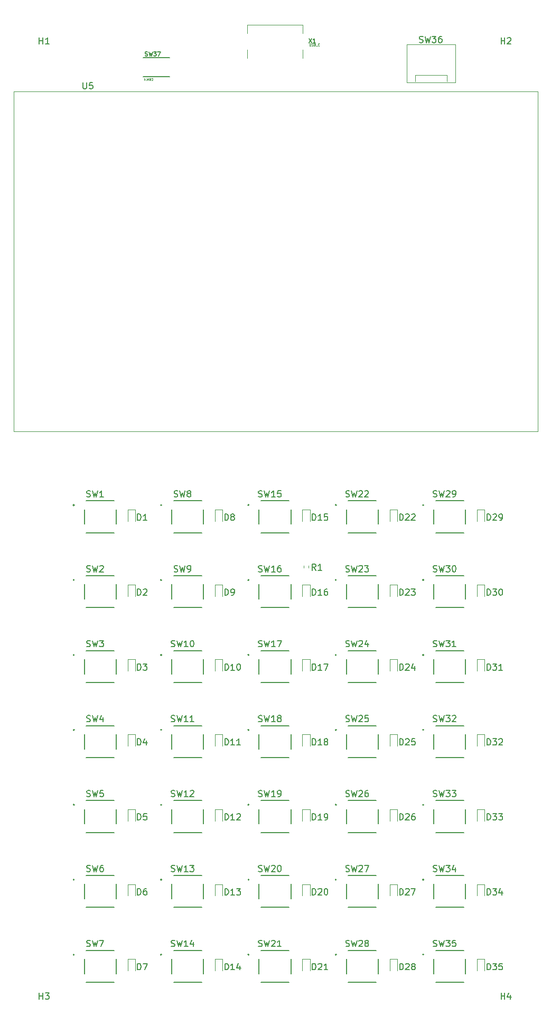
<source format=gbr>
%TF.GenerationSoftware,KiCad,Pcbnew,(6.0.7)*%
%TF.CreationDate,2022-10-22T21:09:40-04:00*%
%TF.ProjectId,Calculator,43616c63-756c-4617-946f-722e6b696361,rev?*%
%TF.SameCoordinates,Original*%
%TF.FileFunction,Legend,Top*%
%TF.FilePolarity,Positive*%
%FSLAX46Y46*%
G04 Gerber Fmt 4.6, Leading zero omitted, Abs format (unit mm)*
G04 Created by KiCad (PCBNEW (6.0.7)) date 2022-10-22 21:09:40*
%MOMM*%
%LPD*%
G01*
G04 APERTURE LIST*
%ADD10C,0.146304*%
%ADD11C,0.040640*%
%ADD12C,0.150000*%
%ADD13C,0.101600*%
%ADD14C,0.120000*%
%ADD15C,0.127000*%
%ADD16C,0.200000*%
%ADD17C,0.203200*%
G04 APERTURE END LIST*
D10*
%TO.C,X1*%
X106673240Y-25644407D02*
X107117571Y-26310903D01*
X107117571Y-25644407D02*
X106673240Y-26310903D01*
X107720591Y-26310903D02*
X107339736Y-26310903D01*
X107530164Y-26310903D02*
X107530164Y-25644407D01*
X107466688Y-25739620D01*
X107403212Y-25803096D01*
X107339736Y-25834834D01*
D11*
X106761596Y-26459463D02*
X106761596Y-26755555D01*
X106779013Y-26790389D01*
X106796430Y-26807806D01*
X106831265Y-26825223D01*
X106900933Y-26825223D01*
X106935767Y-26807806D01*
X106953185Y-26790389D01*
X106970602Y-26755555D01*
X106970602Y-26459463D01*
X107127356Y-26807806D02*
X107179607Y-26825223D01*
X107266693Y-26825223D01*
X107301527Y-26807806D01*
X107318945Y-26790389D01*
X107336362Y-26755555D01*
X107336362Y-26720721D01*
X107318945Y-26685886D01*
X107301527Y-26668469D01*
X107266693Y-26651052D01*
X107197025Y-26633635D01*
X107162190Y-26616218D01*
X107144773Y-26598801D01*
X107127356Y-26563966D01*
X107127356Y-26529132D01*
X107144773Y-26494298D01*
X107162190Y-26476881D01*
X107197025Y-26459463D01*
X107284110Y-26459463D01*
X107336362Y-26476881D01*
X107615036Y-26633635D02*
X107667287Y-26651052D01*
X107684705Y-26668469D01*
X107702122Y-26703303D01*
X107702122Y-26755555D01*
X107684705Y-26790389D01*
X107667287Y-26807806D01*
X107632453Y-26825223D01*
X107493116Y-26825223D01*
X107493116Y-26459463D01*
X107615036Y-26459463D01*
X107649870Y-26476881D01*
X107667287Y-26494298D01*
X107684705Y-26529132D01*
X107684705Y-26563966D01*
X107667287Y-26598801D01*
X107649870Y-26616218D01*
X107615036Y-26633635D01*
X107493116Y-26633635D01*
X107771790Y-26860058D02*
X108050465Y-26860058D01*
X108346556Y-26790389D02*
X108329139Y-26807806D01*
X108276887Y-26825223D01*
X108242053Y-26825223D01*
X108189802Y-26807806D01*
X108154967Y-26772972D01*
X108137550Y-26738138D01*
X108120133Y-26668469D01*
X108120133Y-26616218D01*
X108137550Y-26546549D01*
X108154967Y-26511715D01*
X108189802Y-26476881D01*
X108242053Y-26459463D01*
X108276887Y-26459463D01*
X108329139Y-26476881D01*
X108346556Y-26494298D01*
D12*
%TO.C,H1*%
X63480736Y-26495021D02*
X63480736Y-25495021D01*
X63480736Y-25971212D02*
X64052164Y-25971212D01*
X64052164Y-26495021D02*
X64052164Y-25495021D01*
X65052164Y-26495021D02*
X64480736Y-26495021D01*
X64766450Y-26495021D02*
X64766450Y-25495021D01*
X64671212Y-25637879D01*
X64575974Y-25733117D01*
X64480736Y-25780736D01*
%TO.C,D3*%
X79204545Y-126795021D02*
X79204545Y-125795021D01*
X79442641Y-125795021D01*
X79585498Y-125842641D01*
X79680736Y-125937879D01*
X79728355Y-126033117D01*
X79775974Y-126223593D01*
X79775974Y-126366450D01*
X79728355Y-126556926D01*
X79680736Y-126652164D01*
X79585498Y-126747402D01*
X79442641Y-126795021D01*
X79204545Y-126795021D01*
X80109307Y-125795021D02*
X80728355Y-125795021D01*
X80395021Y-126175974D01*
X80537879Y-126175974D01*
X80633117Y-126223593D01*
X80680736Y-126271212D01*
X80728355Y-126366450D01*
X80728355Y-126604545D01*
X80680736Y-126699783D01*
X80633117Y-126747402D01*
X80537879Y-126795021D01*
X80252164Y-126795021D01*
X80156926Y-126747402D01*
X80109307Y-126699783D01*
%TO.C,SW24*%
X112608117Y-123012402D02*
X112750974Y-123060021D01*
X112989069Y-123060021D01*
X113084307Y-123012402D01*
X113131926Y-122964783D01*
X113179545Y-122869545D01*
X113179545Y-122774307D01*
X113131926Y-122679069D01*
X113084307Y-122631450D01*
X112989069Y-122583831D01*
X112798593Y-122536212D01*
X112703355Y-122488593D01*
X112655736Y-122440974D01*
X112608117Y-122345736D01*
X112608117Y-122250498D01*
X112655736Y-122155260D01*
X112703355Y-122107641D01*
X112798593Y-122060021D01*
X113036688Y-122060021D01*
X113179545Y-122107641D01*
X113512879Y-122060021D02*
X113750974Y-123060021D01*
X113941450Y-122345736D01*
X114131926Y-123060021D01*
X114370021Y-122060021D01*
X114703355Y-122155260D02*
X114750974Y-122107641D01*
X114846212Y-122060021D01*
X115084307Y-122060021D01*
X115179545Y-122107641D01*
X115227164Y-122155260D01*
X115274783Y-122250498D01*
X115274783Y-122345736D01*
X115227164Y-122488593D01*
X114655736Y-123060021D01*
X115274783Y-123060021D01*
X116131926Y-122393355D02*
X116131926Y-123060021D01*
X115893831Y-122012402D02*
X115655736Y-122726688D01*
X116274783Y-122726688D01*
%TO.C,SW30*%
X126608117Y-111012402D02*
X126750974Y-111060021D01*
X126989069Y-111060021D01*
X127084307Y-111012402D01*
X127131926Y-110964783D01*
X127179545Y-110869545D01*
X127179545Y-110774307D01*
X127131926Y-110679069D01*
X127084307Y-110631450D01*
X126989069Y-110583831D01*
X126798593Y-110536212D01*
X126703355Y-110488593D01*
X126655736Y-110440974D01*
X126608117Y-110345736D01*
X126608117Y-110250498D01*
X126655736Y-110155260D01*
X126703355Y-110107641D01*
X126798593Y-110060021D01*
X127036688Y-110060021D01*
X127179545Y-110107641D01*
X127512879Y-110060021D02*
X127750974Y-111060021D01*
X127941450Y-110345736D01*
X128131926Y-111060021D01*
X128370021Y-110060021D01*
X128655736Y-110060021D02*
X129274783Y-110060021D01*
X128941450Y-110440974D01*
X129084307Y-110440974D01*
X129179545Y-110488593D01*
X129227164Y-110536212D01*
X129274783Y-110631450D01*
X129274783Y-110869545D01*
X129227164Y-110964783D01*
X129179545Y-111012402D01*
X129084307Y-111060021D01*
X128798593Y-111060021D01*
X128703355Y-111012402D01*
X128655736Y-110964783D01*
X129893831Y-110060021D02*
X129989069Y-110060021D01*
X130084307Y-110107641D01*
X130131926Y-110155260D01*
X130179545Y-110250498D01*
X130227164Y-110440974D01*
X130227164Y-110679069D01*
X130179545Y-110869545D01*
X130131926Y-110964783D01*
X130084307Y-111012402D01*
X129989069Y-111060021D01*
X129893831Y-111060021D01*
X129798593Y-111012402D01*
X129750974Y-110964783D01*
X129703355Y-110869545D01*
X129655736Y-110679069D01*
X129655736Y-110440974D01*
X129703355Y-110250498D01*
X129750974Y-110155260D01*
X129798593Y-110107641D01*
X129893831Y-110060021D01*
%TO.C,D7*%
X79204545Y-174795021D02*
X79204545Y-173795021D01*
X79442641Y-173795021D01*
X79585498Y-173842641D01*
X79680736Y-173937879D01*
X79728355Y-174033117D01*
X79775974Y-174223593D01*
X79775974Y-174366450D01*
X79728355Y-174556926D01*
X79680736Y-174652164D01*
X79585498Y-174747402D01*
X79442641Y-174795021D01*
X79204545Y-174795021D01*
X80109307Y-173795021D02*
X80775974Y-173795021D01*
X80347402Y-174795021D01*
%TO.C,SW17*%
X98608117Y-123012402D02*
X98750974Y-123060021D01*
X98989069Y-123060021D01*
X99084307Y-123012402D01*
X99131926Y-122964783D01*
X99179545Y-122869545D01*
X99179545Y-122774307D01*
X99131926Y-122679069D01*
X99084307Y-122631450D01*
X98989069Y-122583831D01*
X98798593Y-122536212D01*
X98703355Y-122488593D01*
X98655736Y-122440974D01*
X98608117Y-122345736D01*
X98608117Y-122250498D01*
X98655736Y-122155260D01*
X98703355Y-122107641D01*
X98798593Y-122060021D01*
X99036688Y-122060021D01*
X99179545Y-122107641D01*
X99512879Y-122060021D02*
X99750974Y-123060021D01*
X99941450Y-122345736D01*
X100131926Y-123060021D01*
X100370021Y-122060021D01*
X101274783Y-123060021D02*
X100703355Y-123060021D01*
X100989069Y-123060021D02*
X100989069Y-122060021D01*
X100893831Y-122202879D01*
X100798593Y-122298117D01*
X100703355Y-122345736D01*
X101608117Y-122060021D02*
X102274783Y-122060021D01*
X101846212Y-123060021D01*
%TO.C,SW9*%
X85084307Y-111012402D02*
X85227164Y-111060021D01*
X85465260Y-111060021D01*
X85560498Y-111012402D01*
X85608117Y-110964783D01*
X85655736Y-110869545D01*
X85655736Y-110774307D01*
X85608117Y-110679069D01*
X85560498Y-110631450D01*
X85465260Y-110583831D01*
X85274783Y-110536212D01*
X85179545Y-110488593D01*
X85131926Y-110440974D01*
X85084307Y-110345736D01*
X85084307Y-110250498D01*
X85131926Y-110155260D01*
X85179545Y-110107641D01*
X85274783Y-110060021D01*
X85512879Y-110060021D01*
X85655736Y-110107641D01*
X85989069Y-110060021D02*
X86227164Y-111060021D01*
X86417641Y-110345736D01*
X86608117Y-111060021D01*
X86846212Y-110060021D01*
X87274783Y-111060021D02*
X87465260Y-111060021D01*
X87560498Y-111012402D01*
X87608117Y-110964783D01*
X87703355Y-110821926D01*
X87750974Y-110631450D01*
X87750974Y-110250498D01*
X87703355Y-110155260D01*
X87655736Y-110107641D01*
X87560498Y-110060021D01*
X87370021Y-110060021D01*
X87274783Y-110107641D01*
X87227164Y-110155260D01*
X87179545Y-110250498D01*
X87179545Y-110488593D01*
X87227164Y-110583831D01*
X87274783Y-110631450D01*
X87370021Y-110679069D01*
X87560498Y-110679069D01*
X87655736Y-110631450D01*
X87703355Y-110583831D01*
X87750974Y-110488593D01*
%TO.C,SW7*%
X71084307Y-171012402D02*
X71227164Y-171060021D01*
X71465260Y-171060021D01*
X71560498Y-171012402D01*
X71608117Y-170964783D01*
X71655736Y-170869545D01*
X71655736Y-170774307D01*
X71608117Y-170679069D01*
X71560498Y-170631450D01*
X71465260Y-170583831D01*
X71274783Y-170536212D01*
X71179545Y-170488593D01*
X71131926Y-170440974D01*
X71084307Y-170345736D01*
X71084307Y-170250498D01*
X71131926Y-170155260D01*
X71179545Y-170107641D01*
X71274783Y-170060021D01*
X71512879Y-170060021D01*
X71655736Y-170107641D01*
X71989069Y-170060021D02*
X72227164Y-171060021D01*
X72417641Y-170345736D01*
X72608117Y-171060021D01*
X72846212Y-170060021D01*
X73131926Y-170060021D02*
X73798593Y-170060021D01*
X73370021Y-171060021D01*
%TO.C,D19*%
X107228355Y-150795021D02*
X107228355Y-149795021D01*
X107466450Y-149795021D01*
X107609307Y-149842641D01*
X107704545Y-149937879D01*
X107752164Y-150033117D01*
X107799783Y-150223593D01*
X107799783Y-150366450D01*
X107752164Y-150556926D01*
X107704545Y-150652164D01*
X107609307Y-150747402D01*
X107466450Y-150795021D01*
X107228355Y-150795021D01*
X108752164Y-150795021D02*
X108180736Y-150795021D01*
X108466450Y-150795021D02*
X108466450Y-149795021D01*
X108371212Y-149937879D01*
X108275974Y-150033117D01*
X108180736Y-150080736D01*
X109228355Y-150795021D02*
X109418831Y-150795021D01*
X109514069Y-150747402D01*
X109561688Y-150699783D01*
X109656926Y-150556926D01*
X109704545Y-150366450D01*
X109704545Y-149985498D01*
X109656926Y-149890260D01*
X109609307Y-149842641D01*
X109514069Y-149795021D01*
X109323593Y-149795021D01*
X109228355Y-149842641D01*
X109180736Y-149890260D01*
X109133117Y-149985498D01*
X109133117Y-150223593D01*
X109180736Y-150318831D01*
X109228355Y-150366450D01*
X109323593Y-150414069D01*
X109514069Y-150414069D01*
X109609307Y-150366450D01*
X109656926Y-150318831D01*
X109704545Y-150223593D01*
%TO.C,SW22*%
X112608117Y-99012402D02*
X112750974Y-99060021D01*
X112989069Y-99060021D01*
X113084307Y-99012402D01*
X113131926Y-98964783D01*
X113179545Y-98869545D01*
X113179545Y-98774307D01*
X113131926Y-98679069D01*
X113084307Y-98631450D01*
X112989069Y-98583831D01*
X112798593Y-98536212D01*
X112703355Y-98488593D01*
X112655736Y-98440974D01*
X112608117Y-98345736D01*
X112608117Y-98250498D01*
X112655736Y-98155260D01*
X112703355Y-98107641D01*
X112798593Y-98060021D01*
X113036688Y-98060021D01*
X113179545Y-98107641D01*
X113512879Y-98060021D02*
X113750974Y-99060021D01*
X113941450Y-98345736D01*
X114131926Y-99060021D01*
X114370021Y-98060021D01*
X114703355Y-98155260D02*
X114750974Y-98107641D01*
X114846212Y-98060021D01*
X115084307Y-98060021D01*
X115179545Y-98107641D01*
X115227164Y-98155260D01*
X115274783Y-98250498D01*
X115274783Y-98345736D01*
X115227164Y-98488593D01*
X114655736Y-99060021D01*
X115274783Y-99060021D01*
X115655736Y-98155260D02*
X115703355Y-98107641D01*
X115798593Y-98060021D01*
X116036688Y-98060021D01*
X116131926Y-98107641D01*
X116179545Y-98155260D01*
X116227164Y-98250498D01*
X116227164Y-98345736D01*
X116179545Y-98488593D01*
X115608117Y-99060021D01*
X116227164Y-99060021D01*
%TO.C,H3*%
X63480736Y-179495021D02*
X63480736Y-178495021D01*
X63480736Y-178971212D02*
X64052164Y-178971212D01*
X64052164Y-179495021D02*
X64052164Y-178495021D01*
X64433117Y-178495021D02*
X65052164Y-178495021D01*
X64718831Y-178875974D01*
X64861688Y-178875974D01*
X64956926Y-178923593D01*
X65004545Y-178971212D01*
X65052164Y-179066450D01*
X65052164Y-179304545D01*
X65004545Y-179399783D01*
X64956926Y-179447402D01*
X64861688Y-179495021D01*
X64575974Y-179495021D01*
X64480736Y-179447402D01*
X64433117Y-179399783D01*
%TO.C,D35*%
X135228355Y-174795021D02*
X135228355Y-173795021D01*
X135466450Y-173795021D01*
X135609307Y-173842641D01*
X135704545Y-173937879D01*
X135752164Y-174033117D01*
X135799783Y-174223593D01*
X135799783Y-174366450D01*
X135752164Y-174556926D01*
X135704545Y-174652164D01*
X135609307Y-174747402D01*
X135466450Y-174795021D01*
X135228355Y-174795021D01*
X136133117Y-173795021D02*
X136752164Y-173795021D01*
X136418831Y-174175974D01*
X136561688Y-174175974D01*
X136656926Y-174223593D01*
X136704545Y-174271212D01*
X136752164Y-174366450D01*
X136752164Y-174604545D01*
X136704545Y-174699783D01*
X136656926Y-174747402D01*
X136561688Y-174795021D01*
X136275974Y-174795021D01*
X136180736Y-174747402D01*
X136133117Y-174699783D01*
X137656926Y-173795021D02*
X137180736Y-173795021D01*
X137133117Y-174271212D01*
X137180736Y-174223593D01*
X137275974Y-174175974D01*
X137514069Y-174175974D01*
X137609307Y-174223593D01*
X137656926Y-174271212D01*
X137704545Y-174366450D01*
X137704545Y-174604545D01*
X137656926Y-174699783D01*
X137609307Y-174747402D01*
X137514069Y-174795021D01*
X137275974Y-174795021D01*
X137180736Y-174747402D01*
X137133117Y-174699783D01*
%TO.C,SW20*%
X98608117Y-159012402D02*
X98750974Y-159060021D01*
X98989069Y-159060021D01*
X99084307Y-159012402D01*
X99131926Y-158964783D01*
X99179545Y-158869545D01*
X99179545Y-158774307D01*
X99131926Y-158679069D01*
X99084307Y-158631450D01*
X98989069Y-158583831D01*
X98798593Y-158536212D01*
X98703355Y-158488593D01*
X98655736Y-158440974D01*
X98608117Y-158345736D01*
X98608117Y-158250498D01*
X98655736Y-158155260D01*
X98703355Y-158107641D01*
X98798593Y-158060021D01*
X99036688Y-158060021D01*
X99179545Y-158107641D01*
X99512879Y-158060021D02*
X99750974Y-159060021D01*
X99941450Y-158345736D01*
X100131926Y-159060021D01*
X100370021Y-158060021D01*
X100703355Y-158155260D02*
X100750974Y-158107641D01*
X100846212Y-158060021D01*
X101084307Y-158060021D01*
X101179545Y-158107641D01*
X101227164Y-158155260D01*
X101274783Y-158250498D01*
X101274783Y-158345736D01*
X101227164Y-158488593D01*
X100655736Y-159060021D01*
X101274783Y-159060021D01*
X101893831Y-158060021D02*
X101989069Y-158060021D01*
X102084307Y-158107641D01*
X102131926Y-158155260D01*
X102179545Y-158250498D01*
X102227164Y-158440974D01*
X102227164Y-158679069D01*
X102179545Y-158869545D01*
X102131926Y-158964783D01*
X102084307Y-159012402D01*
X101989069Y-159060021D01*
X101893831Y-159060021D01*
X101798593Y-159012402D01*
X101750974Y-158964783D01*
X101703355Y-158869545D01*
X101655736Y-158679069D01*
X101655736Y-158440974D01*
X101703355Y-158250498D01*
X101750974Y-158155260D01*
X101798593Y-158107641D01*
X101893831Y-158060021D01*
%TO.C,SW34*%
X126608117Y-159012402D02*
X126750974Y-159060021D01*
X126989069Y-159060021D01*
X127084307Y-159012402D01*
X127131926Y-158964783D01*
X127179545Y-158869545D01*
X127179545Y-158774307D01*
X127131926Y-158679069D01*
X127084307Y-158631450D01*
X126989069Y-158583831D01*
X126798593Y-158536212D01*
X126703355Y-158488593D01*
X126655736Y-158440974D01*
X126608117Y-158345736D01*
X126608117Y-158250498D01*
X126655736Y-158155260D01*
X126703355Y-158107641D01*
X126798593Y-158060021D01*
X127036688Y-158060021D01*
X127179545Y-158107641D01*
X127512879Y-158060021D02*
X127750974Y-159060021D01*
X127941450Y-158345736D01*
X128131926Y-159060021D01*
X128370021Y-158060021D01*
X128655736Y-158060021D02*
X129274783Y-158060021D01*
X128941450Y-158440974D01*
X129084307Y-158440974D01*
X129179545Y-158488593D01*
X129227164Y-158536212D01*
X129274783Y-158631450D01*
X129274783Y-158869545D01*
X129227164Y-158964783D01*
X129179545Y-159012402D01*
X129084307Y-159060021D01*
X128798593Y-159060021D01*
X128703355Y-159012402D01*
X128655736Y-158964783D01*
X130131926Y-158393355D02*
X130131926Y-159060021D01*
X129893831Y-158012402D02*
X129655736Y-158726688D01*
X130274783Y-158726688D01*
%TO.C,U5*%
X70480736Y-32695021D02*
X70480736Y-33504545D01*
X70528355Y-33599783D01*
X70575974Y-33647402D01*
X70671212Y-33695021D01*
X70861688Y-33695021D01*
X70956926Y-33647402D01*
X71004545Y-33599783D01*
X71052164Y-33504545D01*
X71052164Y-32695021D01*
X72004545Y-32695021D02*
X71528355Y-32695021D01*
X71480736Y-33171212D01*
X71528355Y-33123593D01*
X71623593Y-33075974D01*
X71861688Y-33075974D01*
X71956926Y-33123593D01*
X72004545Y-33171212D01*
X72052164Y-33266450D01*
X72052164Y-33504545D01*
X72004545Y-33599783D01*
X71956926Y-33647402D01*
X71861688Y-33695021D01*
X71623593Y-33695021D01*
X71528355Y-33647402D01*
X71480736Y-33599783D01*
%TO.C,SW3*%
X71084307Y-123012402D02*
X71227164Y-123060021D01*
X71465260Y-123060021D01*
X71560498Y-123012402D01*
X71608117Y-122964783D01*
X71655736Y-122869545D01*
X71655736Y-122774307D01*
X71608117Y-122679069D01*
X71560498Y-122631450D01*
X71465260Y-122583831D01*
X71274783Y-122536212D01*
X71179545Y-122488593D01*
X71131926Y-122440974D01*
X71084307Y-122345736D01*
X71084307Y-122250498D01*
X71131926Y-122155260D01*
X71179545Y-122107641D01*
X71274783Y-122060021D01*
X71512879Y-122060021D01*
X71655736Y-122107641D01*
X71989069Y-122060021D02*
X72227164Y-123060021D01*
X72417641Y-122345736D01*
X72608117Y-123060021D01*
X72846212Y-122060021D01*
X73131926Y-122060021D02*
X73750974Y-122060021D01*
X73417641Y-122440974D01*
X73560498Y-122440974D01*
X73655736Y-122488593D01*
X73703355Y-122536212D01*
X73750974Y-122631450D01*
X73750974Y-122869545D01*
X73703355Y-122964783D01*
X73655736Y-123012402D01*
X73560498Y-123060021D01*
X73274783Y-123060021D01*
X73179545Y-123012402D01*
X73131926Y-122964783D01*
%TO.C,SW10*%
X84608117Y-123012402D02*
X84750974Y-123060021D01*
X84989069Y-123060021D01*
X85084307Y-123012402D01*
X85131926Y-122964783D01*
X85179545Y-122869545D01*
X85179545Y-122774307D01*
X85131926Y-122679069D01*
X85084307Y-122631450D01*
X84989069Y-122583831D01*
X84798593Y-122536212D01*
X84703355Y-122488593D01*
X84655736Y-122440974D01*
X84608117Y-122345736D01*
X84608117Y-122250498D01*
X84655736Y-122155260D01*
X84703355Y-122107641D01*
X84798593Y-122060021D01*
X85036688Y-122060021D01*
X85179545Y-122107641D01*
X85512879Y-122060021D02*
X85750974Y-123060021D01*
X85941450Y-122345736D01*
X86131926Y-123060021D01*
X86370021Y-122060021D01*
X87274783Y-123060021D02*
X86703355Y-123060021D01*
X86989069Y-123060021D02*
X86989069Y-122060021D01*
X86893831Y-122202879D01*
X86798593Y-122298117D01*
X86703355Y-122345736D01*
X87893831Y-122060021D02*
X87989069Y-122060021D01*
X88084307Y-122107641D01*
X88131926Y-122155260D01*
X88179545Y-122250498D01*
X88227164Y-122440974D01*
X88227164Y-122679069D01*
X88179545Y-122869545D01*
X88131926Y-122964783D01*
X88084307Y-123012402D01*
X87989069Y-123060021D01*
X87893831Y-123060021D01*
X87798593Y-123012402D01*
X87750974Y-122964783D01*
X87703355Y-122869545D01*
X87655736Y-122679069D01*
X87655736Y-122440974D01*
X87703355Y-122250498D01*
X87750974Y-122155260D01*
X87798593Y-122107641D01*
X87893831Y-122060021D01*
%TO.C,SW8*%
X85084307Y-99012402D02*
X85227164Y-99060021D01*
X85465260Y-99060021D01*
X85560498Y-99012402D01*
X85608117Y-98964783D01*
X85655736Y-98869545D01*
X85655736Y-98774307D01*
X85608117Y-98679069D01*
X85560498Y-98631450D01*
X85465260Y-98583831D01*
X85274783Y-98536212D01*
X85179545Y-98488593D01*
X85131926Y-98440974D01*
X85084307Y-98345736D01*
X85084307Y-98250498D01*
X85131926Y-98155260D01*
X85179545Y-98107641D01*
X85274783Y-98060021D01*
X85512879Y-98060021D01*
X85655736Y-98107641D01*
X85989069Y-98060021D02*
X86227164Y-99060021D01*
X86417641Y-98345736D01*
X86608117Y-99060021D01*
X86846212Y-98060021D01*
X87370021Y-98488593D02*
X87274783Y-98440974D01*
X87227164Y-98393355D01*
X87179545Y-98298117D01*
X87179545Y-98250498D01*
X87227164Y-98155260D01*
X87274783Y-98107641D01*
X87370021Y-98060021D01*
X87560498Y-98060021D01*
X87655736Y-98107641D01*
X87703355Y-98155260D01*
X87750974Y-98250498D01*
X87750974Y-98298117D01*
X87703355Y-98393355D01*
X87655736Y-98440974D01*
X87560498Y-98488593D01*
X87370021Y-98488593D01*
X87274783Y-98536212D01*
X87227164Y-98583831D01*
X87179545Y-98679069D01*
X87179545Y-98869545D01*
X87227164Y-98964783D01*
X87274783Y-99012402D01*
X87370021Y-99060021D01*
X87560498Y-99060021D01*
X87655736Y-99012402D01*
X87703355Y-98964783D01*
X87750974Y-98869545D01*
X87750974Y-98679069D01*
X87703355Y-98583831D01*
X87655736Y-98536212D01*
X87560498Y-98488593D01*
%TO.C,D17*%
X107228355Y-126795021D02*
X107228355Y-125795021D01*
X107466450Y-125795021D01*
X107609307Y-125842641D01*
X107704545Y-125937879D01*
X107752164Y-126033117D01*
X107799783Y-126223593D01*
X107799783Y-126366450D01*
X107752164Y-126556926D01*
X107704545Y-126652164D01*
X107609307Y-126747402D01*
X107466450Y-126795021D01*
X107228355Y-126795021D01*
X108752164Y-126795021D02*
X108180736Y-126795021D01*
X108466450Y-126795021D02*
X108466450Y-125795021D01*
X108371212Y-125937879D01*
X108275974Y-126033117D01*
X108180736Y-126080736D01*
X109085498Y-125795021D02*
X109752164Y-125795021D01*
X109323593Y-126795021D01*
%TO.C,D30*%
X135228355Y-114795021D02*
X135228355Y-113795021D01*
X135466450Y-113795021D01*
X135609307Y-113842641D01*
X135704545Y-113937879D01*
X135752164Y-114033117D01*
X135799783Y-114223593D01*
X135799783Y-114366450D01*
X135752164Y-114556926D01*
X135704545Y-114652164D01*
X135609307Y-114747402D01*
X135466450Y-114795021D01*
X135228355Y-114795021D01*
X136133117Y-113795021D02*
X136752164Y-113795021D01*
X136418831Y-114175974D01*
X136561688Y-114175974D01*
X136656926Y-114223593D01*
X136704545Y-114271212D01*
X136752164Y-114366450D01*
X136752164Y-114604545D01*
X136704545Y-114699783D01*
X136656926Y-114747402D01*
X136561688Y-114795021D01*
X136275974Y-114795021D01*
X136180736Y-114747402D01*
X136133117Y-114699783D01*
X137371212Y-113795021D02*
X137466450Y-113795021D01*
X137561688Y-113842641D01*
X137609307Y-113890260D01*
X137656926Y-113985498D01*
X137704545Y-114175974D01*
X137704545Y-114414069D01*
X137656926Y-114604545D01*
X137609307Y-114699783D01*
X137561688Y-114747402D01*
X137466450Y-114795021D01*
X137371212Y-114795021D01*
X137275974Y-114747402D01*
X137228355Y-114699783D01*
X137180736Y-114604545D01*
X137133117Y-114414069D01*
X137133117Y-114175974D01*
X137180736Y-113985498D01*
X137228355Y-113890260D01*
X137275974Y-113842641D01*
X137371212Y-113795021D01*
%TO.C,SW12*%
X84608117Y-147012402D02*
X84750974Y-147060021D01*
X84989069Y-147060021D01*
X85084307Y-147012402D01*
X85131926Y-146964783D01*
X85179545Y-146869545D01*
X85179545Y-146774307D01*
X85131926Y-146679069D01*
X85084307Y-146631450D01*
X84989069Y-146583831D01*
X84798593Y-146536212D01*
X84703355Y-146488593D01*
X84655736Y-146440974D01*
X84608117Y-146345736D01*
X84608117Y-146250498D01*
X84655736Y-146155260D01*
X84703355Y-146107641D01*
X84798593Y-146060021D01*
X85036688Y-146060021D01*
X85179545Y-146107641D01*
X85512879Y-146060021D02*
X85750974Y-147060021D01*
X85941450Y-146345736D01*
X86131926Y-147060021D01*
X86370021Y-146060021D01*
X87274783Y-147060021D02*
X86703355Y-147060021D01*
X86989069Y-147060021D02*
X86989069Y-146060021D01*
X86893831Y-146202879D01*
X86798593Y-146298117D01*
X86703355Y-146345736D01*
X87655736Y-146155260D02*
X87703355Y-146107641D01*
X87798593Y-146060021D01*
X88036688Y-146060021D01*
X88131926Y-146107641D01*
X88179545Y-146155260D01*
X88227164Y-146250498D01*
X88227164Y-146345736D01*
X88179545Y-146488593D01*
X87608117Y-147060021D01*
X88227164Y-147060021D01*
%TO.C,SW15*%
X98608117Y-99012402D02*
X98750974Y-99060021D01*
X98989069Y-99060021D01*
X99084307Y-99012402D01*
X99131926Y-98964783D01*
X99179545Y-98869545D01*
X99179545Y-98774307D01*
X99131926Y-98679069D01*
X99084307Y-98631450D01*
X98989069Y-98583831D01*
X98798593Y-98536212D01*
X98703355Y-98488593D01*
X98655736Y-98440974D01*
X98608117Y-98345736D01*
X98608117Y-98250498D01*
X98655736Y-98155260D01*
X98703355Y-98107641D01*
X98798593Y-98060021D01*
X99036688Y-98060021D01*
X99179545Y-98107641D01*
X99512879Y-98060021D02*
X99750974Y-99060021D01*
X99941450Y-98345736D01*
X100131926Y-99060021D01*
X100370021Y-98060021D01*
X101274783Y-99060021D02*
X100703355Y-99060021D01*
X100989069Y-99060021D02*
X100989069Y-98060021D01*
X100893831Y-98202879D01*
X100798593Y-98298117D01*
X100703355Y-98345736D01*
X102179545Y-98060021D02*
X101703355Y-98060021D01*
X101655736Y-98536212D01*
X101703355Y-98488593D01*
X101798593Y-98440974D01*
X102036688Y-98440974D01*
X102131926Y-98488593D01*
X102179545Y-98536212D01*
X102227164Y-98631450D01*
X102227164Y-98869545D01*
X102179545Y-98964783D01*
X102131926Y-99012402D01*
X102036688Y-99060021D01*
X101798593Y-99060021D01*
X101703355Y-99012402D01*
X101655736Y-98964783D01*
%TO.C,SW18*%
X98608117Y-135012402D02*
X98750974Y-135060021D01*
X98989069Y-135060021D01*
X99084307Y-135012402D01*
X99131926Y-134964783D01*
X99179545Y-134869545D01*
X99179545Y-134774307D01*
X99131926Y-134679069D01*
X99084307Y-134631450D01*
X98989069Y-134583831D01*
X98798593Y-134536212D01*
X98703355Y-134488593D01*
X98655736Y-134440974D01*
X98608117Y-134345736D01*
X98608117Y-134250498D01*
X98655736Y-134155260D01*
X98703355Y-134107641D01*
X98798593Y-134060021D01*
X99036688Y-134060021D01*
X99179545Y-134107641D01*
X99512879Y-134060021D02*
X99750974Y-135060021D01*
X99941450Y-134345736D01*
X100131926Y-135060021D01*
X100370021Y-134060021D01*
X101274783Y-135060021D02*
X100703355Y-135060021D01*
X100989069Y-135060021D02*
X100989069Y-134060021D01*
X100893831Y-134202879D01*
X100798593Y-134298117D01*
X100703355Y-134345736D01*
X101846212Y-134488593D02*
X101750974Y-134440974D01*
X101703355Y-134393355D01*
X101655736Y-134298117D01*
X101655736Y-134250498D01*
X101703355Y-134155260D01*
X101750974Y-134107641D01*
X101846212Y-134060021D01*
X102036688Y-134060021D01*
X102131926Y-134107641D01*
X102179545Y-134155260D01*
X102227164Y-134250498D01*
X102227164Y-134298117D01*
X102179545Y-134393355D01*
X102131926Y-134440974D01*
X102036688Y-134488593D01*
X101846212Y-134488593D01*
X101750974Y-134536212D01*
X101703355Y-134583831D01*
X101655736Y-134679069D01*
X101655736Y-134869545D01*
X101703355Y-134964783D01*
X101750974Y-135012402D01*
X101846212Y-135060021D01*
X102036688Y-135060021D01*
X102131926Y-135012402D01*
X102179545Y-134964783D01*
X102227164Y-134869545D01*
X102227164Y-134679069D01*
X102179545Y-134583831D01*
X102131926Y-134536212D01*
X102036688Y-134488593D01*
%TO.C,D8*%
X93204545Y-102795021D02*
X93204545Y-101795021D01*
X93442641Y-101795021D01*
X93585498Y-101842641D01*
X93680736Y-101937879D01*
X93728355Y-102033117D01*
X93775974Y-102223593D01*
X93775974Y-102366450D01*
X93728355Y-102556926D01*
X93680736Y-102652164D01*
X93585498Y-102747402D01*
X93442641Y-102795021D01*
X93204545Y-102795021D01*
X94347402Y-102223593D02*
X94252164Y-102175974D01*
X94204545Y-102128355D01*
X94156926Y-102033117D01*
X94156926Y-101985498D01*
X94204545Y-101890260D01*
X94252164Y-101842641D01*
X94347402Y-101795021D01*
X94537879Y-101795021D01*
X94633117Y-101842641D01*
X94680736Y-101890260D01*
X94728355Y-101985498D01*
X94728355Y-102033117D01*
X94680736Y-102128355D01*
X94633117Y-102175974D01*
X94537879Y-102223593D01*
X94347402Y-102223593D01*
X94252164Y-102271212D01*
X94204545Y-102318831D01*
X94156926Y-102414069D01*
X94156926Y-102604545D01*
X94204545Y-102699783D01*
X94252164Y-102747402D01*
X94347402Y-102795021D01*
X94537879Y-102795021D01*
X94633117Y-102747402D01*
X94680736Y-102699783D01*
X94728355Y-102604545D01*
X94728355Y-102414069D01*
X94680736Y-102318831D01*
X94633117Y-102271212D01*
X94537879Y-102223593D01*
%TO.C,D28*%
X121228355Y-174795021D02*
X121228355Y-173795021D01*
X121466450Y-173795021D01*
X121609307Y-173842641D01*
X121704545Y-173937879D01*
X121752164Y-174033117D01*
X121799783Y-174223593D01*
X121799783Y-174366450D01*
X121752164Y-174556926D01*
X121704545Y-174652164D01*
X121609307Y-174747402D01*
X121466450Y-174795021D01*
X121228355Y-174795021D01*
X122180736Y-173890260D02*
X122228355Y-173842641D01*
X122323593Y-173795021D01*
X122561688Y-173795021D01*
X122656926Y-173842641D01*
X122704545Y-173890260D01*
X122752164Y-173985498D01*
X122752164Y-174080736D01*
X122704545Y-174223593D01*
X122133117Y-174795021D01*
X122752164Y-174795021D01*
X123323593Y-174223593D02*
X123228355Y-174175974D01*
X123180736Y-174128355D01*
X123133117Y-174033117D01*
X123133117Y-173985498D01*
X123180736Y-173890260D01*
X123228355Y-173842641D01*
X123323593Y-173795021D01*
X123514069Y-173795021D01*
X123609307Y-173842641D01*
X123656926Y-173890260D01*
X123704545Y-173985498D01*
X123704545Y-174033117D01*
X123656926Y-174128355D01*
X123609307Y-174175974D01*
X123514069Y-174223593D01*
X123323593Y-174223593D01*
X123228355Y-174271212D01*
X123180736Y-174318831D01*
X123133117Y-174414069D01*
X123133117Y-174604545D01*
X123180736Y-174699783D01*
X123228355Y-174747402D01*
X123323593Y-174795021D01*
X123514069Y-174795021D01*
X123609307Y-174747402D01*
X123656926Y-174699783D01*
X123704545Y-174604545D01*
X123704545Y-174414069D01*
X123656926Y-174318831D01*
X123609307Y-174271212D01*
X123514069Y-174223593D01*
%TO.C,D2*%
X79204545Y-114795021D02*
X79204545Y-113795021D01*
X79442641Y-113795021D01*
X79585498Y-113842641D01*
X79680736Y-113937879D01*
X79728355Y-114033117D01*
X79775974Y-114223593D01*
X79775974Y-114366450D01*
X79728355Y-114556926D01*
X79680736Y-114652164D01*
X79585498Y-114747402D01*
X79442641Y-114795021D01*
X79204545Y-114795021D01*
X80156926Y-113890260D02*
X80204545Y-113842641D01*
X80299783Y-113795021D01*
X80537879Y-113795021D01*
X80633117Y-113842641D01*
X80680736Y-113890260D01*
X80728355Y-113985498D01*
X80728355Y-114080736D01*
X80680736Y-114223593D01*
X80109307Y-114795021D01*
X80728355Y-114795021D01*
%TO.C,SW35*%
X126608117Y-171012402D02*
X126750974Y-171060021D01*
X126989069Y-171060021D01*
X127084307Y-171012402D01*
X127131926Y-170964783D01*
X127179545Y-170869545D01*
X127179545Y-170774307D01*
X127131926Y-170679069D01*
X127084307Y-170631450D01*
X126989069Y-170583831D01*
X126798593Y-170536212D01*
X126703355Y-170488593D01*
X126655736Y-170440974D01*
X126608117Y-170345736D01*
X126608117Y-170250498D01*
X126655736Y-170155260D01*
X126703355Y-170107641D01*
X126798593Y-170060021D01*
X127036688Y-170060021D01*
X127179545Y-170107641D01*
X127512879Y-170060021D02*
X127750974Y-171060021D01*
X127941450Y-170345736D01*
X128131926Y-171060021D01*
X128370021Y-170060021D01*
X128655736Y-170060021D02*
X129274783Y-170060021D01*
X128941450Y-170440974D01*
X129084307Y-170440974D01*
X129179545Y-170488593D01*
X129227164Y-170536212D01*
X129274783Y-170631450D01*
X129274783Y-170869545D01*
X129227164Y-170964783D01*
X129179545Y-171012402D01*
X129084307Y-171060021D01*
X128798593Y-171060021D01*
X128703355Y-171012402D01*
X128655736Y-170964783D01*
X130179545Y-170060021D02*
X129703355Y-170060021D01*
X129655736Y-170536212D01*
X129703355Y-170488593D01*
X129798593Y-170440974D01*
X130036688Y-170440974D01*
X130131926Y-170488593D01*
X130179545Y-170536212D01*
X130227164Y-170631450D01*
X130227164Y-170869545D01*
X130179545Y-170964783D01*
X130131926Y-171012402D01*
X130036688Y-171060021D01*
X129798593Y-171060021D01*
X129703355Y-171012402D01*
X129655736Y-170964783D01*
%TO.C,D34*%
X135228355Y-162795021D02*
X135228355Y-161795021D01*
X135466450Y-161795021D01*
X135609307Y-161842641D01*
X135704545Y-161937879D01*
X135752164Y-162033117D01*
X135799783Y-162223593D01*
X135799783Y-162366450D01*
X135752164Y-162556926D01*
X135704545Y-162652164D01*
X135609307Y-162747402D01*
X135466450Y-162795021D01*
X135228355Y-162795021D01*
X136133117Y-161795021D02*
X136752164Y-161795021D01*
X136418831Y-162175974D01*
X136561688Y-162175974D01*
X136656926Y-162223593D01*
X136704545Y-162271212D01*
X136752164Y-162366450D01*
X136752164Y-162604545D01*
X136704545Y-162699783D01*
X136656926Y-162747402D01*
X136561688Y-162795021D01*
X136275974Y-162795021D01*
X136180736Y-162747402D01*
X136133117Y-162699783D01*
X137609307Y-162128355D02*
X137609307Y-162795021D01*
X137371212Y-161747402D02*
X137133117Y-162461688D01*
X137752164Y-162461688D01*
%TO.C,D10*%
X93228355Y-126795021D02*
X93228355Y-125795021D01*
X93466450Y-125795021D01*
X93609307Y-125842641D01*
X93704545Y-125937879D01*
X93752164Y-126033117D01*
X93799783Y-126223593D01*
X93799783Y-126366450D01*
X93752164Y-126556926D01*
X93704545Y-126652164D01*
X93609307Y-126747402D01*
X93466450Y-126795021D01*
X93228355Y-126795021D01*
X94752164Y-126795021D02*
X94180736Y-126795021D01*
X94466450Y-126795021D02*
X94466450Y-125795021D01*
X94371212Y-125937879D01*
X94275974Y-126033117D01*
X94180736Y-126080736D01*
X95371212Y-125795021D02*
X95466450Y-125795021D01*
X95561688Y-125842641D01*
X95609307Y-125890260D01*
X95656926Y-125985498D01*
X95704545Y-126175974D01*
X95704545Y-126414069D01*
X95656926Y-126604545D01*
X95609307Y-126699783D01*
X95561688Y-126747402D01*
X95466450Y-126795021D01*
X95371212Y-126795021D01*
X95275974Y-126747402D01*
X95228355Y-126699783D01*
X95180736Y-126604545D01*
X95133117Y-126414069D01*
X95133117Y-126175974D01*
X95180736Y-125985498D01*
X95228355Y-125890260D01*
X95275974Y-125842641D01*
X95371212Y-125795021D01*
%TO.C,D13*%
X93228355Y-162795021D02*
X93228355Y-161795021D01*
X93466450Y-161795021D01*
X93609307Y-161842641D01*
X93704545Y-161937879D01*
X93752164Y-162033117D01*
X93799783Y-162223593D01*
X93799783Y-162366450D01*
X93752164Y-162556926D01*
X93704545Y-162652164D01*
X93609307Y-162747402D01*
X93466450Y-162795021D01*
X93228355Y-162795021D01*
X94752164Y-162795021D02*
X94180736Y-162795021D01*
X94466450Y-162795021D02*
X94466450Y-161795021D01*
X94371212Y-161937879D01*
X94275974Y-162033117D01*
X94180736Y-162080736D01*
X95085498Y-161795021D02*
X95704545Y-161795021D01*
X95371212Y-162175974D01*
X95514069Y-162175974D01*
X95609307Y-162223593D01*
X95656926Y-162271212D01*
X95704545Y-162366450D01*
X95704545Y-162604545D01*
X95656926Y-162699783D01*
X95609307Y-162747402D01*
X95514069Y-162795021D01*
X95228355Y-162795021D01*
X95133117Y-162747402D01*
X95085498Y-162699783D01*
%TO.C,H2*%
X137480736Y-26495021D02*
X137480736Y-25495021D01*
X137480736Y-25971212D02*
X138052164Y-25971212D01*
X138052164Y-26495021D02*
X138052164Y-25495021D01*
X138480736Y-25590260D02*
X138528355Y-25542641D01*
X138623593Y-25495021D01*
X138861688Y-25495021D01*
X138956926Y-25542641D01*
X139004545Y-25590260D01*
X139052164Y-25685498D01*
X139052164Y-25780736D01*
X139004545Y-25923593D01*
X138433117Y-26495021D01*
X139052164Y-26495021D01*
%TO.C,SW2*%
X71084307Y-111012402D02*
X71227164Y-111060021D01*
X71465260Y-111060021D01*
X71560498Y-111012402D01*
X71608117Y-110964783D01*
X71655736Y-110869545D01*
X71655736Y-110774307D01*
X71608117Y-110679069D01*
X71560498Y-110631450D01*
X71465260Y-110583831D01*
X71274783Y-110536212D01*
X71179545Y-110488593D01*
X71131926Y-110440974D01*
X71084307Y-110345736D01*
X71084307Y-110250498D01*
X71131926Y-110155260D01*
X71179545Y-110107641D01*
X71274783Y-110060021D01*
X71512879Y-110060021D01*
X71655736Y-110107641D01*
X71989069Y-110060021D02*
X72227164Y-111060021D01*
X72417641Y-110345736D01*
X72608117Y-111060021D01*
X72846212Y-110060021D01*
X73179545Y-110155260D02*
X73227164Y-110107641D01*
X73322402Y-110060021D01*
X73560498Y-110060021D01*
X73655736Y-110107641D01*
X73703355Y-110155260D01*
X73750974Y-110250498D01*
X73750974Y-110345736D01*
X73703355Y-110488593D01*
X73131926Y-111060021D01*
X73750974Y-111060021D01*
D10*
%TO.C,SW37*%
X80432690Y-28401165D02*
X80527903Y-28432903D01*
X80686593Y-28432903D01*
X80750069Y-28401165D01*
X80781807Y-28369427D01*
X80813545Y-28305951D01*
X80813545Y-28242475D01*
X80781807Y-28178999D01*
X80750069Y-28147261D01*
X80686593Y-28115524D01*
X80559641Y-28083786D01*
X80496166Y-28052048D01*
X80464428Y-28020310D01*
X80432690Y-27956834D01*
X80432690Y-27893358D01*
X80464428Y-27829882D01*
X80496166Y-27798145D01*
X80559641Y-27766407D01*
X80718331Y-27766407D01*
X80813545Y-27798145D01*
X81035710Y-27766407D02*
X81194399Y-28432903D01*
X81321351Y-27956834D01*
X81448303Y-28432903D01*
X81606992Y-27766407D01*
X81797420Y-27766407D02*
X82210012Y-27766407D01*
X81987847Y-28020310D01*
X82083061Y-28020310D01*
X82146537Y-28052048D01*
X82178274Y-28083786D01*
X82210012Y-28147261D01*
X82210012Y-28305951D01*
X82178274Y-28369427D01*
X82146537Y-28401165D01*
X82083061Y-28432903D01*
X81892633Y-28432903D01*
X81829158Y-28401165D01*
X81797420Y-28369427D01*
X82432178Y-27766407D02*
X82876508Y-27766407D01*
X82590867Y-28432903D01*
D11*
X80324142Y-32384223D02*
X80324142Y-32018463D01*
X80533148Y-32384223D02*
X80376394Y-32175218D01*
X80533148Y-32018463D02*
X80324142Y-32227469D01*
X80689902Y-32384223D02*
X80689902Y-32018463D01*
X80811822Y-32279721D01*
X80933742Y-32018463D01*
X80933742Y-32384223D01*
X81316919Y-32384223D02*
X81194999Y-32210052D01*
X81107914Y-32384223D02*
X81107914Y-32018463D01*
X81247251Y-32018463D01*
X81282085Y-32035881D01*
X81299502Y-32053298D01*
X81316919Y-32088132D01*
X81316919Y-32140383D01*
X81299502Y-32175218D01*
X81282085Y-32192635D01*
X81247251Y-32210052D01*
X81107914Y-32210052D01*
X81456257Y-32053298D02*
X81473674Y-32035881D01*
X81508508Y-32018463D01*
X81595594Y-32018463D01*
X81630428Y-32035881D01*
X81647845Y-32053298D01*
X81665262Y-32088132D01*
X81665262Y-32122966D01*
X81647845Y-32175218D01*
X81438839Y-32384223D01*
X81665262Y-32384223D01*
D12*
%TO.C,D32*%
X135228355Y-138795021D02*
X135228355Y-137795021D01*
X135466450Y-137795021D01*
X135609307Y-137842641D01*
X135704545Y-137937879D01*
X135752164Y-138033117D01*
X135799783Y-138223593D01*
X135799783Y-138366450D01*
X135752164Y-138556926D01*
X135704545Y-138652164D01*
X135609307Y-138747402D01*
X135466450Y-138795021D01*
X135228355Y-138795021D01*
X136133117Y-137795021D02*
X136752164Y-137795021D01*
X136418831Y-138175974D01*
X136561688Y-138175974D01*
X136656926Y-138223593D01*
X136704545Y-138271212D01*
X136752164Y-138366450D01*
X136752164Y-138604545D01*
X136704545Y-138699783D01*
X136656926Y-138747402D01*
X136561688Y-138795021D01*
X136275974Y-138795021D01*
X136180736Y-138747402D01*
X136133117Y-138699783D01*
X137133117Y-137890260D02*
X137180736Y-137842641D01*
X137275974Y-137795021D01*
X137514069Y-137795021D01*
X137609307Y-137842641D01*
X137656926Y-137890260D01*
X137704545Y-137985498D01*
X137704545Y-138080736D01*
X137656926Y-138223593D01*
X137085498Y-138795021D01*
X137704545Y-138795021D01*
%TO.C,SW14*%
X84608117Y-171012402D02*
X84750974Y-171060021D01*
X84989069Y-171060021D01*
X85084307Y-171012402D01*
X85131926Y-170964783D01*
X85179545Y-170869545D01*
X85179545Y-170774307D01*
X85131926Y-170679069D01*
X85084307Y-170631450D01*
X84989069Y-170583831D01*
X84798593Y-170536212D01*
X84703355Y-170488593D01*
X84655736Y-170440974D01*
X84608117Y-170345736D01*
X84608117Y-170250498D01*
X84655736Y-170155260D01*
X84703355Y-170107641D01*
X84798593Y-170060021D01*
X85036688Y-170060021D01*
X85179545Y-170107641D01*
X85512879Y-170060021D02*
X85750974Y-171060021D01*
X85941450Y-170345736D01*
X86131926Y-171060021D01*
X86370021Y-170060021D01*
X87274783Y-171060021D02*
X86703355Y-171060021D01*
X86989069Y-171060021D02*
X86989069Y-170060021D01*
X86893831Y-170202879D01*
X86798593Y-170298117D01*
X86703355Y-170345736D01*
X88131926Y-170393355D02*
X88131926Y-171060021D01*
X87893831Y-170012402D02*
X87655736Y-170726688D01*
X88274783Y-170726688D01*
%TO.C,D33*%
X135228355Y-150795021D02*
X135228355Y-149795021D01*
X135466450Y-149795021D01*
X135609307Y-149842641D01*
X135704545Y-149937879D01*
X135752164Y-150033117D01*
X135799783Y-150223593D01*
X135799783Y-150366450D01*
X135752164Y-150556926D01*
X135704545Y-150652164D01*
X135609307Y-150747402D01*
X135466450Y-150795021D01*
X135228355Y-150795021D01*
X136133117Y-149795021D02*
X136752164Y-149795021D01*
X136418831Y-150175974D01*
X136561688Y-150175974D01*
X136656926Y-150223593D01*
X136704545Y-150271212D01*
X136752164Y-150366450D01*
X136752164Y-150604545D01*
X136704545Y-150699783D01*
X136656926Y-150747402D01*
X136561688Y-150795021D01*
X136275974Y-150795021D01*
X136180736Y-150747402D01*
X136133117Y-150699783D01*
X137085498Y-149795021D02*
X137704545Y-149795021D01*
X137371212Y-150175974D01*
X137514069Y-150175974D01*
X137609307Y-150223593D01*
X137656926Y-150271212D01*
X137704545Y-150366450D01*
X137704545Y-150604545D01*
X137656926Y-150699783D01*
X137609307Y-150747402D01*
X137514069Y-150795021D01*
X137228355Y-150795021D01*
X137133117Y-150747402D01*
X137085498Y-150699783D01*
%TO.C,D23*%
X121228355Y-114795021D02*
X121228355Y-113795021D01*
X121466450Y-113795021D01*
X121609307Y-113842641D01*
X121704545Y-113937879D01*
X121752164Y-114033117D01*
X121799783Y-114223593D01*
X121799783Y-114366450D01*
X121752164Y-114556926D01*
X121704545Y-114652164D01*
X121609307Y-114747402D01*
X121466450Y-114795021D01*
X121228355Y-114795021D01*
X122180736Y-113890260D02*
X122228355Y-113842641D01*
X122323593Y-113795021D01*
X122561688Y-113795021D01*
X122656926Y-113842641D01*
X122704545Y-113890260D01*
X122752164Y-113985498D01*
X122752164Y-114080736D01*
X122704545Y-114223593D01*
X122133117Y-114795021D01*
X122752164Y-114795021D01*
X123085498Y-113795021D02*
X123704545Y-113795021D01*
X123371212Y-114175974D01*
X123514069Y-114175974D01*
X123609307Y-114223593D01*
X123656926Y-114271212D01*
X123704545Y-114366450D01*
X123704545Y-114604545D01*
X123656926Y-114699783D01*
X123609307Y-114747402D01*
X123514069Y-114795021D01*
X123228355Y-114795021D01*
X123133117Y-114747402D01*
X123085498Y-114699783D01*
%TO.C,SW28*%
X112608117Y-171012402D02*
X112750974Y-171060021D01*
X112989069Y-171060021D01*
X113084307Y-171012402D01*
X113131926Y-170964783D01*
X113179545Y-170869545D01*
X113179545Y-170774307D01*
X113131926Y-170679069D01*
X113084307Y-170631450D01*
X112989069Y-170583831D01*
X112798593Y-170536212D01*
X112703355Y-170488593D01*
X112655736Y-170440974D01*
X112608117Y-170345736D01*
X112608117Y-170250498D01*
X112655736Y-170155260D01*
X112703355Y-170107641D01*
X112798593Y-170060021D01*
X113036688Y-170060021D01*
X113179545Y-170107641D01*
X113512879Y-170060021D02*
X113750974Y-171060021D01*
X113941450Y-170345736D01*
X114131926Y-171060021D01*
X114370021Y-170060021D01*
X114703355Y-170155260D02*
X114750974Y-170107641D01*
X114846212Y-170060021D01*
X115084307Y-170060021D01*
X115179545Y-170107641D01*
X115227164Y-170155260D01*
X115274783Y-170250498D01*
X115274783Y-170345736D01*
X115227164Y-170488593D01*
X114655736Y-171060021D01*
X115274783Y-171060021D01*
X115846212Y-170488593D02*
X115750974Y-170440974D01*
X115703355Y-170393355D01*
X115655736Y-170298117D01*
X115655736Y-170250498D01*
X115703355Y-170155260D01*
X115750974Y-170107641D01*
X115846212Y-170060021D01*
X116036688Y-170060021D01*
X116131926Y-170107641D01*
X116179545Y-170155260D01*
X116227164Y-170250498D01*
X116227164Y-170298117D01*
X116179545Y-170393355D01*
X116131926Y-170440974D01*
X116036688Y-170488593D01*
X115846212Y-170488593D01*
X115750974Y-170536212D01*
X115703355Y-170583831D01*
X115655736Y-170679069D01*
X115655736Y-170869545D01*
X115703355Y-170964783D01*
X115750974Y-171012402D01*
X115846212Y-171060021D01*
X116036688Y-171060021D01*
X116131926Y-171012402D01*
X116179545Y-170964783D01*
X116227164Y-170869545D01*
X116227164Y-170679069D01*
X116179545Y-170583831D01*
X116131926Y-170536212D01*
X116036688Y-170488593D01*
%TO.C,D22*%
X121228355Y-102795021D02*
X121228355Y-101795021D01*
X121466450Y-101795021D01*
X121609307Y-101842641D01*
X121704545Y-101937879D01*
X121752164Y-102033117D01*
X121799783Y-102223593D01*
X121799783Y-102366450D01*
X121752164Y-102556926D01*
X121704545Y-102652164D01*
X121609307Y-102747402D01*
X121466450Y-102795021D01*
X121228355Y-102795021D01*
X122180736Y-101890260D02*
X122228355Y-101842641D01*
X122323593Y-101795021D01*
X122561688Y-101795021D01*
X122656926Y-101842641D01*
X122704545Y-101890260D01*
X122752164Y-101985498D01*
X122752164Y-102080736D01*
X122704545Y-102223593D01*
X122133117Y-102795021D01*
X122752164Y-102795021D01*
X123133117Y-101890260D02*
X123180736Y-101842641D01*
X123275974Y-101795021D01*
X123514069Y-101795021D01*
X123609307Y-101842641D01*
X123656926Y-101890260D01*
X123704545Y-101985498D01*
X123704545Y-102080736D01*
X123656926Y-102223593D01*
X123085498Y-102795021D01*
X123704545Y-102795021D01*
%TO.C,R1*%
X107775974Y-110795021D02*
X107442641Y-110318831D01*
X107204545Y-110795021D02*
X107204545Y-109795021D01*
X107585498Y-109795021D01*
X107680736Y-109842641D01*
X107728355Y-109890260D01*
X107775974Y-109985498D01*
X107775974Y-110128355D01*
X107728355Y-110223593D01*
X107680736Y-110271212D01*
X107585498Y-110318831D01*
X107204545Y-110318831D01*
X108728355Y-110795021D02*
X108156926Y-110795021D01*
X108442641Y-110795021D02*
X108442641Y-109795021D01*
X108347402Y-109937879D01*
X108252164Y-110033117D01*
X108156926Y-110080736D01*
%TO.C,D9*%
X93204545Y-114795021D02*
X93204545Y-113795021D01*
X93442641Y-113795021D01*
X93585498Y-113842641D01*
X93680736Y-113937879D01*
X93728355Y-114033117D01*
X93775974Y-114223593D01*
X93775974Y-114366450D01*
X93728355Y-114556926D01*
X93680736Y-114652164D01*
X93585498Y-114747402D01*
X93442641Y-114795021D01*
X93204545Y-114795021D01*
X94252164Y-114795021D02*
X94442641Y-114795021D01*
X94537879Y-114747402D01*
X94585498Y-114699783D01*
X94680736Y-114556926D01*
X94728355Y-114366450D01*
X94728355Y-113985498D01*
X94680736Y-113890260D01*
X94633117Y-113842641D01*
X94537879Y-113795021D01*
X94347402Y-113795021D01*
X94252164Y-113842641D01*
X94204545Y-113890260D01*
X94156926Y-113985498D01*
X94156926Y-114223593D01*
X94204545Y-114318831D01*
X94252164Y-114366450D01*
X94347402Y-114414069D01*
X94537879Y-114414069D01*
X94633117Y-114366450D01*
X94680736Y-114318831D01*
X94728355Y-114223593D01*
%TO.C,SW21*%
X98608117Y-171012402D02*
X98750974Y-171060021D01*
X98989069Y-171060021D01*
X99084307Y-171012402D01*
X99131926Y-170964783D01*
X99179545Y-170869545D01*
X99179545Y-170774307D01*
X99131926Y-170679069D01*
X99084307Y-170631450D01*
X98989069Y-170583831D01*
X98798593Y-170536212D01*
X98703355Y-170488593D01*
X98655736Y-170440974D01*
X98608117Y-170345736D01*
X98608117Y-170250498D01*
X98655736Y-170155260D01*
X98703355Y-170107641D01*
X98798593Y-170060021D01*
X99036688Y-170060021D01*
X99179545Y-170107641D01*
X99512879Y-170060021D02*
X99750974Y-171060021D01*
X99941450Y-170345736D01*
X100131926Y-171060021D01*
X100370021Y-170060021D01*
X100703355Y-170155260D02*
X100750974Y-170107641D01*
X100846212Y-170060021D01*
X101084307Y-170060021D01*
X101179545Y-170107641D01*
X101227164Y-170155260D01*
X101274783Y-170250498D01*
X101274783Y-170345736D01*
X101227164Y-170488593D01*
X100655736Y-171060021D01*
X101274783Y-171060021D01*
X102227164Y-171060021D02*
X101655736Y-171060021D01*
X101941450Y-171060021D02*
X101941450Y-170060021D01*
X101846212Y-170202879D01*
X101750974Y-170298117D01*
X101655736Y-170345736D01*
%TO.C,SW36*%
X124393117Y-26247402D02*
X124535974Y-26295021D01*
X124774069Y-26295021D01*
X124869307Y-26247402D01*
X124916926Y-26199783D01*
X124964545Y-26104545D01*
X124964545Y-26009307D01*
X124916926Y-25914069D01*
X124869307Y-25866450D01*
X124774069Y-25818831D01*
X124583593Y-25771212D01*
X124488355Y-25723593D01*
X124440736Y-25675974D01*
X124393117Y-25580736D01*
X124393117Y-25485498D01*
X124440736Y-25390260D01*
X124488355Y-25342641D01*
X124583593Y-25295021D01*
X124821688Y-25295021D01*
X124964545Y-25342641D01*
X125297879Y-25295021D02*
X125535974Y-26295021D01*
X125726450Y-25580736D01*
X125916926Y-26295021D01*
X126155021Y-25295021D01*
X126440736Y-25295021D02*
X127059783Y-25295021D01*
X126726450Y-25675974D01*
X126869307Y-25675974D01*
X126964545Y-25723593D01*
X127012164Y-25771212D01*
X127059783Y-25866450D01*
X127059783Y-26104545D01*
X127012164Y-26199783D01*
X126964545Y-26247402D01*
X126869307Y-26295021D01*
X126583593Y-26295021D01*
X126488355Y-26247402D01*
X126440736Y-26199783D01*
X127916926Y-25295021D02*
X127726450Y-25295021D01*
X127631212Y-25342641D01*
X127583593Y-25390260D01*
X127488355Y-25533117D01*
X127440736Y-25723593D01*
X127440736Y-26104545D01*
X127488355Y-26199783D01*
X127535974Y-26247402D01*
X127631212Y-26295021D01*
X127821688Y-26295021D01*
X127916926Y-26247402D01*
X127964545Y-26199783D01*
X128012164Y-26104545D01*
X128012164Y-25866450D01*
X127964545Y-25771212D01*
X127916926Y-25723593D01*
X127821688Y-25675974D01*
X127631212Y-25675974D01*
X127535974Y-25723593D01*
X127488355Y-25771212D01*
X127440736Y-25866450D01*
%TO.C,SW16*%
X98608117Y-111012402D02*
X98750974Y-111060021D01*
X98989069Y-111060021D01*
X99084307Y-111012402D01*
X99131926Y-110964783D01*
X99179545Y-110869545D01*
X99179545Y-110774307D01*
X99131926Y-110679069D01*
X99084307Y-110631450D01*
X98989069Y-110583831D01*
X98798593Y-110536212D01*
X98703355Y-110488593D01*
X98655736Y-110440974D01*
X98608117Y-110345736D01*
X98608117Y-110250498D01*
X98655736Y-110155260D01*
X98703355Y-110107641D01*
X98798593Y-110060021D01*
X99036688Y-110060021D01*
X99179545Y-110107641D01*
X99512879Y-110060021D02*
X99750974Y-111060021D01*
X99941450Y-110345736D01*
X100131926Y-111060021D01*
X100370021Y-110060021D01*
X101274783Y-111060021D02*
X100703355Y-111060021D01*
X100989069Y-111060021D02*
X100989069Y-110060021D01*
X100893831Y-110202879D01*
X100798593Y-110298117D01*
X100703355Y-110345736D01*
X102131926Y-110060021D02*
X101941450Y-110060021D01*
X101846212Y-110107641D01*
X101798593Y-110155260D01*
X101703355Y-110298117D01*
X101655736Y-110488593D01*
X101655736Y-110869545D01*
X101703355Y-110964783D01*
X101750974Y-111012402D01*
X101846212Y-111060021D01*
X102036688Y-111060021D01*
X102131926Y-111012402D01*
X102179545Y-110964783D01*
X102227164Y-110869545D01*
X102227164Y-110631450D01*
X102179545Y-110536212D01*
X102131926Y-110488593D01*
X102036688Y-110440974D01*
X101846212Y-110440974D01*
X101750974Y-110488593D01*
X101703355Y-110536212D01*
X101655736Y-110631450D01*
%TO.C,SW33*%
X126608117Y-147012402D02*
X126750974Y-147060021D01*
X126989069Y-147060021D01*
X127084307Y-147012402D01*
X127131926Y-146964783D01*
X127179545Y-146869545D01*
X127179545Y-146774307D01*
X127131926Y-146679069D01*
X127084307Y-146631450D01*
X126989069Y-146583831D01*
X126798593Y-146536212D01*
X126703355Y-146488593D01*
X126655736Y-146440974D01*
X126608117Y-146345736D01*
X126608117Y-146250498D01*
X126655736Y-146155260D01*
X126703355Y-146107641D01*
X126798593Y-146060021D01*
X127036688Y-146060021D01*
X127179545Y-146107641D01*
X127512879Y-146060021D02*
X127750974Y-147060021D01*
X127941450Y-146345736D01*
X128131926Y-147060021D01*
X128370021Y-146060021D01*
X128655736Y-146060021D02*
X129274783Y-146060021D01*
X128941450Y-146440974D01*
X129084307Y-146440974D01*
X129179545Y-146488593D01*
X129227164Y-146536212D01*
X129274783Y-146631450D01*
X129274783Y-146869545D01*
X129227164Y-146964783D01*
X129179545Y-147012402D01*
X129084307Y-147060021D01*
X128798593Y-147060021D01*
X128703355Y-147012402D01*
X128655736Y-146964783D01*
X129608117Y-146060021D02*
X130227164Y-146060021D01*
X129893831Y-146440974D01*
X130036688Y-146440974D01*
X130131926Y-146488593D01*
X130179545Y-146536212D01*
X130227164Y-146631450D01*
X130227164Y-146869545D01*
X130179545Y-146964783D01*
X130131926Y-147012402D01*
X130036688Y-147060021D01*
X129750974Y-147060021D01*
X129655736Y-147012402D01*
X129608117Y-146964783D01*
%TO.C,D12*%
X93228355Y-150795021D02*
X93228355Y-149795021D01*
X93466450Y-149795021D01*
X93609307Y-149842641D01*
X93704545Y-149937879D01*
X93752164Y-150033117D01*
X93799783Y-150223593D01*
X93799783Y-150366450D01*
X93752164Y-150556926D01*
X93704545Y-150652164D01*
X93609307Y-150747402D01*
X93466450Y-150795021D01*
X93228355Y-150795021D01*
X94752164Y-150795021D02*
X94180736Y-150795021D01*
X94466450Y-150795021D02*
X94466450Y-149795021D01*
X94371212Y-149937879D01*
X94275974Y-150033117D01*
X94180736Y-150080736D01*
X95133117Y-149890260D02*
X95180736Y-149842641D01*
X95275974Y-149795021D01*
X95514069Y-149795021D01*
X95609307Y-149842641D01*
X95656926Y-149890260D01*
X95704545Y-149985498D01*
X95704545Y-150080736D01*
X95656926Y-150223593D01*
X95085498Y-150795021D01*
X95704545Y-150795021D01*
%TO.C,D24*%
X121228355Y-126795021D02*
X121228355Y-125795021D01*
X121466450Y-125795021D01*
X121609307Y-125842641D01*
X121704545Y-125937879D01*
X121752164Y-126033117D01*
X121799783Y-126223593D01*
X121799783Y-126366450D01*
X121752164Y-126556926D01*
X121704545Y-126652164D01*
X121609307Y-126747402D01*
X121466450Y-126795021D01*
X121228355Y-126795021D01*
X122180736Y-125890260D02*
X122228355Y-125842641D01*
X122323593Y-125795021D01*
X122561688Y-125795021D01*
X122656926Y-125842641D01*
X122704545Y-125890260D01*
X122752164Y-125985498D01*
X122752164Y-126080736D01*
X122704545Y-126223593D01*
X122133117Y-126795021D01*
X122752164Y-126795021D01*
X123609307Y-126128355D02*
X123609307Y-126795021D01*
X123371212Y-125747402D02*
X123133117Y-126461688D01*
X123752164Y-126461688D01*
%TO.C,SW31*%
X126608117Y-123012402D02*
X126750974Y-123060021D01*
X126989069Y-123060021D01*
X127084307Y-123012402D01*
X127131926Y-122964783D01*
X127179545Y-122869545D01*
X127179545Y-122774307D01*
X127131926Y-122679069D01*
X127084307Y-122631450D01*
X126989069Y-122583831D01*
X126798593Y-122536212D01*
X126703355Y-122488593D01*
X126655736Y-122440974D01*
X126608117Y-122345736D01*
X126608117Y-122250498D01*
X126655736Y-122155260D01*
X126703355Y-122107641D01*
X126798593Y-122060021D01*
X127036688Y-122060021D01*
X127179545Y-122107641D01*
X127512879Y-122060021D02*
X127750974Y-123060021D01*
X127941450Y-122345736D01*
X128131926Y-123060021D01*
X128370021Y-122060021D01*
X128655736Y-122060021D02*
X129274783Y-122060021D01*
X128941450Y-122440974D01*
X129084307Y-122440974D01*
X129179545Y-122488593D01*
X129227164Y-122536212D01*
X129274783Y-122631450D01*
X129274783Y-122869545D01*
X129227164Y-122964783D01*
X129179545Y-123012402D01*
X129084307Y-123060021D01*
X128798593Y-123060021D01*
X128703355Y-123012402D01*
X128655736Y-122964783D01*
X130227164Y-123060021D02*
X129655736Y-123060021D01*
X129941450Y-123060021D02*
X129941450Y-122060021D01*
X129846212Y-122202879D01*
X129750974Y-122298117D01*
X129655736Y-122345736D01*
%TO.C,SW32*%
X126608117Y-135012402D02*
X126750974Y-135060021D01*
X126989069Y-135060021D01*
X127084307Y-135012402D01*
X127131926Y-134964783D01*
X127179545Y-134869545D01*
X127179545Y-134774307D01*
X127131926Y-134679069D01*
X127084307Y-134631450D01*
X126989069Y-134583831D01*
X126798593Y-134536212D01*
X126703355Y-134488593D01*
X126655736Y-134440974D01*
X126608117Y-134345736D01*
X126608117Y-134250498D01*
X126655736Y-134155260D01*
X126703355Y-134107641D01*
X126798593Y-134060021D01*
X127036688Y-134060021D01*
X127179545Y-134107641D01*
X127512879Y-134060021D02*
X127750974Y-135060021D01*
X127941450Y-134345736D01*
X128131926Y-135060021D01*
X128370021Y-134060021D01*
X128655736Y-134060021D02*
X129274783Y-134060021D01*
X128941450Y-134440974D01*
X129084307Y-134440974D01*
X129179545Y-134488593D01*
X129227164Y-134536212D01*
X129274783Y-134631450D01*
X129274783Y-134869545D01*
X129227164Y-134964783D01*
X129179545Y-135012402D01*
X129084307Y-135060021D01*
X128798593Y-135060021D01*
X128703355Y-135012402D01*
X128655736Y-134964783D01*
X129655736Y-134155260D02*
X129703355Y-134107641D01*
X129798593Y-134060021D01*
X130036688Y-134060021D01*
X130131926Y-134107641D01*
X130179545Y-134155260D01*
X130227164Y-134250498D01*
X130227164Y-134345736D01*
X130179545Y-134488593D01*
X129608117Y-135060021D01*
X130227164Y-135060021D01*
%TO.C,SW23*%
X112608117Y-111012402D02*
X112750974Y-111060021D01*
X112989069Y-111060021D01*
X113084307Y-111012402D01*
X113131926Y-110964783D01*
X113179545Y-110869545D01*
X113179545Y-110774307D01*
X113131926Y-110679069D01*
X113084307Y-110631450D01*
X112989069Y-110583831D01*
X112798593Y-110536212D01*
X112703355Y-110488593D01*
X112655736Y-110440974D01*
X112608117Y-110345736D01*
X112608117Y-110250498D01*
X112655736Y-110155260D01*
X112703355Y-110107641D01*
X112798593Y-110060021D01*
X113036688Y-110060021D01*
X113179545Y-110107641D01*
X113512879Y-110060021D02*
X113750974Y-111060021D01*
X113941450Y-110345736D01*
X114131926Y-111060021D01*
X114370021Y-110060021D01*
X114703355Y-110155260D02*
X114750974Y-110107641D01*
X114846212Y-110060021D01*
X115084307Y-110060021D01*
X115179545Y-110107641D01*
X115227164Y-110155260D01*
X115274783Y-110250498D01*
X115274783Y-110345736D01*
X115227164Y-110488593D01*
X114655736Y-111060021D01*
X115274783Y-111060021D01*
X115608117Y-110060021D02*
X116227164Y-110060021D01*
X115893831Y-110440974D01*
X116036688Y-110440974D01*
X116131926Y-110488593D01*
X116179545Y-110536212D01*
X116227164Y-110631450D01*
X116227164Y-110869545D01*
X116179545Y-110964783D01*
X116131926Y-111012402D01*
X116036688Y-111060021D01*
X115750974Y-111060021D01*
X115655736Y-111012402D01*
X115608117Y-110964783D01*
%TO.C,SW5*%
X71084307Y-147012402D02*
X71227164Y-147060021D01*
X71465260Y-147060021D01*
X71560498Y-147012402D01*
X71608117Y-146964783D01*
X71655736Y-146869545D01*
X71655736Y-146774307D01*
X71608117Y-146679069D01*
X71560498Y-146631450D01*
X71465260Y-146583831D01*
X71274783Y-146536212D01*
X71179545Y-146488593D01*
X71131926Y-146440974D01*
X71084307Y-146345736D01*
X71084307Y-146250498D01*
X71131926Y-146155260D01*
X71179545Y-146107641D01*
X71274783Y-146060021D01*
X71512879Y-146060021D01*
X71655736Y-146107641D01*
X71989069Y-146060021D02*
X72227164Y-147060021D01*
X72417641Y-146345736D01*
X72608117Y-147060021D01*
X72846212Y-146060021D01*
X73703355Y-146060021D02*
X73227164Y-146060021D01*
X73179545Y-146536212D01*
X73227164Y-146488593D01*
X73322402Y-146440974D01*
X73560498Y-146440974D01*
X73655736Y-146488593D01*
X73703355Y-146536212D01*
X73750974Y-146631450D01*
X73750974Y-146869545D01*
X73703355Y-146964783D01*
X73655736Y-147012402D01*
X73560498Y-147060021D01*
X73322402Y-147060021D01*
X73227164Y-147012402D01*
X73179545Y-146964783D01*
%TO.C,D4*%
X79204545Y-138795021D02*
X79204545Y-137795021D01*
X79442641Y-137795021D01*
X79585498Y-137842641D01*
X79680736Y-137937879D01*
X79728355Y-138033117D01*
X79775974Y-138223593D01*
X79775974Y-138366450D01*
X79728355Y-138556926D01*
X79680736Y-138652164D01*
X79585498Y-138747402D01*
X79442641Y-138795021D01*
X79204545Y-138795021D01*
X80633117Y-138128355D02*
X80633117Y-138795021D01*
X80395021Y-137747402D02*
X80156926Y-138461688D01*
X80775974Y-138461688D01*
%TO.C,SW26*%
X112608117Y-147012402D02*
X112750974Y-147060021D01*
X112989069Y-147060021D01*
X113084307Y-147012402D01*
X113131926Y-146964783D01*
X113179545Y-146869545D01*
X113179545Y-146774307D01*
X113131926Y-146679069D01*
X113084307Y-146631450D01*
X112989069Y-146583831D01*
X112798593Y-146536212D01*
X112703355Y-146488593D01*
X112655736Y-146440974D01*
X112608117Y-146345736D01*
X112608117Y-146250498D01*
X112655736Y-146155260D01*
X112703355Y-146107641D01*
X112798593Y-146060021D01*
X113036688Y-146060021D01*
X113179545Y-146107641D01*
X113512879Y-146060021D02*
X113750974Y-147060021D01*
X113941450Y-146345736D01*
X114131926Y-147060021D01*
X114370021Y-146060021D01*
X114703355Y-146155260D02*
X114750974Y-146107641D01*
X114846212Y-146060021D01*
X115084307Y-146060021D01*
X115179545Y-146107641D01*
X115227164Y-146155260D01*
X115274783Y-146250498D01*
X115274783Y-146345736D01*
X115227164Y-146488593D01*
X114655736Y-147060021D01*
X115274783Y-147060021D01*
X116131926Y-146060021D02*
X115941450Y-146060021D01*
X115846212Y-146107641D01*
X115798593Y-146155260D01*
X115703355Y-146298117D01*
X115655736Y-146488593D01*
X115655736Y-146869545D01*
X115703355Y-146964783D01*
X115750974Y-147012402D01*
X115846212Y-147060021D01*
X116036688Y-147060021D01*
X116131926Y-147012402D01*
X116179545Y-146964783D01*
X116227164Y-146869545D01*
X116227164Y-146631450D01*
X116179545Y-146536212D01*
X116131926Y-146488593D01*
X116036688Y-146440974D01*
X115846212Y-146440974D01*
X115750974Y-146488593D01*
X115703355Y-146536212D01*
X115655736Y-146631450D01*
%TO.C,D16*%
X107228355Y-114795021D02*
X107228355Y-113795021D01*
X107466450Y-113795021D01*
X107609307Y-113842641D01*
X107704545Y-113937879D01*
X107752164Y-114033117D01*
X107799783Y-114223593D01*
X107799783Y-114366450D01*
X107752164Y-114556926D01*
X107704545Y-114652164D01*
X107609307Y-114747402D01*
X107466450Y-114795021D01*
X107228355Y-114795021D01*
X108752164Y-114795021D02*
X108180736Y-114795021D01*
X108466450Y-114795021D02*
X108466450Y-113795021D01*
X108371212Y-113937879D01*
X108275974Y-114033117D01*
X108180736Y-114080736D01*
X109609307Y-113795021D02*
X109418831Y-113795021D01*
X109323593Y-113842641D01*
X109275974Y-113890260D01*
X109180736Y-114033117D01*
X109133117Y-114223593D01*
X109133117Y-114604545D01*
X109180736Y-114699783D01*
X109228355Y-114747402D01*
X109323593Y-114795021D01*
X109514069Y-114795021D01*
X109609307Y-114747402D01*
X109656926Y-114699783D01*
X109704545Y-114604545D01*
X109704545Y-114366450D01*
X109656926Y-114271212D01*
X109609307Y-114223593D01*
X109514069Y-114175974D01*
X109323593Y-114175974D01*
X109228355Y-114223593D01*
X109180736Y-114271212D01*
X109133117Y-114366450D01*
%TO.C,D21*%
X107228355Y-174795021D02*
X107228355Y-173795021D01*
X107466450Y-173795021D01*
X107609307Y-173842641D01*
X107704545Y-173937879D01*
X107752164Y-174033117D01*
X107799783Y-174223593D01*
X107799783Y-174366450D01*
X107752164Y-174556926D01*
X107704545Y-174652164D01*
X107609307Y-174747402D01*
X107466450Y-174795021D01*
X107228355Y-174795021D01*
X108180736Y-173890260D02*
X108228355Y-173842641D01*
X108323593Y-173795021D01*
X108561688Y-173795021D01*
X108656926Y-173842641D01*
X108704545Y-173890260D01*
X108752164Y-173985498D01*
X108752164Y-174080736D01*
X108704545Y-174223593D01*
X108133117Y-174795021D01*
X108752164Y-174795021D01*
X109704545Y-174795021D02*
X109133117Y-174795021D01*
X109418831Y-174795021D02*
X109418831Y-173795021D01*
X109323593Y-173937879D01*
X109228355Y-174033117D01*
X109133117Y-174080736D01*
%TO.C,SW6*%
X71084307Y-159012402D02*
X71227164Y-159060021D01*
X71465260Y-159060021D01*
X71560498Y-159012402D01*
X71608117Y-158964783D01*
X71655736Y-158869545D01*
X71655736Y-158774307D01*
X71608117Y-158679069D01*
X71560498Y-158631450D01*
X71465260Y-158583831D01*
X71274783Y-158536212D01*
X71179545Y-158488593D01*
X71131926Y-158440974D01*
X71084307Y-158345736D01*
X71084307Y-158250498D01*
X71131926Y-158155260D01*
X71179545Y-158107641D01*
X71274783Y-158060021D01*
X71512879Y-158060021D01*
X71655736Y-158107641D01*
X71989069Y-158060021D02*
X72227164Y-159060021D01*
X72417641Y-158345736D01*
X72608117Y-159060021D01*
X72846212Y-158060021D01*
X73655736Y-158060021D02*
X73465260Y-158060021D01*
X73370021Y-158107641D01*
X73322402Y-158155260D01*
X73227164Y-158298117D01*
X73179545Y-158488593D01*
X73179545Y-158869545D01*
X73227164Y-158964783D01*
X73274783Y-159012402D01*
X73370021Y-159060021D01*
X73560498Y-159060021D01*
X73655736Y-159012402D01*
X73703355Y-158964783D01*
X73750974Y-158869545D01*
X73750974Y-158631450D01*
X73703355Y-158536212D01*
X73655736Y-158488593D01*
X73560498Y-158440974D01*
X73370021Y-158440974D01*
X73274783Y-158488593D01*
X73227164Y-158536212D01*
X73179545Y-158631450D01*
%TO.C,D25*%
X121228355Y-138795021D02*
X121228355Y-137795021D01*
X121466450Y-137795021D01*
X121609307Y-137842641D01*
X121704545Y-137937879D01*
X121752164Y-138033117D01*
X121799783Y-138223593D01*
X121799783Y-138366450D01*
X121752164Y-138556926D01*
X121704545Y-138652164D01*
X121609307Y-138747402D01*
X121466450Y-138795021D01*
X121228355Y-138795021D01*
X122180736Y-137890260D02*
X122228355Y-137842641D01*
X122323593Y-137795021D01*
X122561688Y-137795021D01*
X122656926Y-137842641D01*
X122704545Y-137890260D01*
X122752164Y-137985498D01*
X122752164Y-138080736D01*
X122704545Y-138223593D01*
X122133117Y-138795021D01*
X122752164Y-138795021D01*
X123656926Y-137795021D02*
X123180736Y-137795021D01*
X123133117Y-138271212D01*
X123180736Y-138223593D01*
X123275974Y-138175974D01*
X123514069Y-138175974D01*
X123609307Y-138223593D01*
X123656926Y-138271212D01*
X123704545Y-138366450D01*
X123704545Y-138604545D01*
X123656926Y-138699783D01*
X123609307Y-138747402D01*
X123514069Y-138795021D01*
X123275974Y-138795021D01*
X123180736Y-138747402D01*
X123133117Y-138699783D01*
%TO.C,D20*%
X107228355Y-162795021D02*
X107228355Y-161795021D01*
X107466450Y-161795021D01*
X107609307Y-161842641D01*
X107704545Y-161937879D01*
X107752164Y-162033117D01*
X107799783Y-162223593D01*
X107799783Y-162366450D01*
X107752164Y-162556926D01*
X107704545Y-162652164D01*
X107609307Y-162747402D01*
X107466450Y-162795021D01*
X107228355Y-162795021D01*
X108180736Y-161890260D02*
X108228355Y-161842641D01*
X108323593Y-161795021D01*
X108561688Y-161795021D01*
X108656926Y-161842641D01*
X108704545Y-161890260D01*
X108752164Y-161985498D01*
X108752164Y-162080736D01*
X108704545Y-162223593D01*
X108133117Y-162795021D01*
X108752164Y-162795021D01*
X109371212Y-161795021D02*
X109466450Y-161795021D01*
X109561688Y-161842641D01*
X109609307Y-161890260D01*
X109656926Y-161985498D01*
X109704545Y-162175974D01*
X109704545Y-162414069D01*
X109656926Y-162604545D01*
X109609307Y-162699783D01*
X109561688Y-162747402D01*
X109466450Y-162795021D01*
X109371212Y-162795021D01*
X109275974Y-162747402D01*
X109228355Y-162699783D01*
X109180736Y-162604545D01*
X109133117Y-162414069D01*
X109133117Y-162175974D01*
X109180736Y-161985498D01*
X109228355Y-161890260D01*
X109275974Y-161842641D01*
X109371212Y-161795021D01*
%TO.C,SW11*%
X84608117Y-135012402D02*
X84750974Y-135060021D01*
X84989069Y-135060021D01*
X85084307Y-135012402D01*
X85131926Y-134964783D01*
X85179545Y-134869545D01*
X85179545Y-134774307D01*
X85131926Y-134679069D01*
X85084307Y-134631450D01*
X84989069Y-134583831D01*
X84798593Y-134536212D01*
X84703355Y-134488593D01*
X84655736Y-134440974D01*
X84608117Y-134345736D01*
X84608117Y-134250498D01*
X84655736Y-134155260D01*
X84703355Y-134107641D01*
X84798593Y-134060021D01*
X85036688Y-134060021D01*
X85179545Y-134107641D01*
X85512879Y-134060021D02*
X85750974Y-135060021D01*
X85941450Y-134345736D01*
X86131926Y-135060021D01*
X86370021Y-134060021D01*
X87274783Y-135060021D02*
X86703355Y-135060021D01*
X86989069Y-135060021D02*
X86989069Y-134060021D01*
X86893831Y-134202879D01*
X86798593Y-134298117D01*
X86703355Y-134345736D01*
X88227164Y-135060021D02*
X87655736Y-135060021D01*
X87941450Y-135060021D02*
X87941450Y-134060021D01*
X87846212Y-134202879D01*
X87750974Y-134298117D01*
X87655736Y-134345736D01*
%TO.C,SW1*%
X71084307Y-99012402D02*
X71227164Y-99060021D01*
X71465260Y-99060021D01*
X71560498Y-99012402D01*
X71608117Y-98964783D01*
X71655736Y-98869545D01*
X71655736Y-98774307D01*
X71608117Y-98679069D01*
X71560498Y-98631450D01*
X71465260Y-98583831D01*
X71274783Y-98536212D01*
X71179545Y-98488593D01*
X71131926Y-98440974D01*
X71084307Y-98345736D01*
X71084307Y-98250498D01*
X71131926Y-98155260D01*
X71179545Y-98107641D01*
X71274783Y-98060021D01*
X71512879Y-98060021D01*
X71655736Y-98107641D01*
X71989069Y-98060021D02*
X72227164Y-99060021D01*
X72417641Y-98345736D01*
X72608117Y-99060021D01*
X72846212Y-98060021D01*
X73750974Y-99060021D02*
X73179545Y-99060021D01*
X73465260Y-99060021D02*
X73465260Y-98060021D01*
X73370021Y-98202879D01*
X73274783Y-98298117D01*
X73179545Y-98345736D01*
%TO.C,D11*%
X93228355Y-138795021D02*
X93228355Y-137795021D01*
X93466450Y-137795021D01*
X93609307Y-137842641D01*
X93704545Y-137937879D01*
X93752164Y-138033117D01*
X93799783Y-138223593D01*
X93799783Y-138366450D01*
X93752164Y-138556926D01*
X93704545Y-138652164D01*
X93609307Y-138747402D01*
X93466450Y-138795021D01*
X93228355Y-138795021D01*
X94752164Y-138795021D02*
X94180736Y-138795021D01*
X94466450Y-138795021D02*
X94466450Y-137795021D01*
X94371212Y-137937879D01*
X94275974Y-138033117D01*
X94180736Y-138080736D01*
X95704545Y-138795021D02*
X95133117Y-138795021D01*
X95418831Y-138795021D02*
X95418831Y-137795021D01*
X95323593Y-137937879D01*
X95228355Y-138033117D01*
X95133117Y-138080736D01*
%TO.C,SW19*%
X98608117Y-147012402D02*
X98750974Y-147060021D01*
X98989069Y-147060021D01*
X99084307Y-147012402D01*
X99131926Y-146964783D01*
X99179545Y-146869545D01*
X99179545Y-146774307D01*
X99131926Y-146679069D01*
X99084307Y-146631450D01*
X98989069Y-146583831D01*
X98798593Y-146536212D01*
X98703355Y-146488593D01*
X98655736Y-146440974D01*
X98608117Y-146345736D01*
X98608117Y-146250498D01*
X98655736Y-146155260D01*
X98703355Y-146107641D01*
X98798593Y-146060021D01*
X99036688Y-146060021D01*
X99179545Y-146107641D01*
X99512879Y-146060021D02*
X99750974Y-147060021D01*
X99941450Y-146345736D01*
X100131926Y-147060021D01*
X100370021Y-146060021D01*
X101274783Y-147060021D02*
X100703355Y-147060021D01*
X100989069Y-147060021D02*
X100989069Y-146060021D01*
X100893831Y-146202879D01*
X100798593Y-146298117D01*
X100703355Y-146345736D01*
X101750974Y-147060021D02*
X101941450Y-147060021D01*
X102036688Y-147012402D01*
X102084307Y-146964783D01*
X102179545Y-146821926D01*
X102227164Y-146631450D01*
X102227164Y-146250498D01*
X102179545Y-146155260D01*
X102131926Y-146107641D01*
X102036688Y-146060021D01*
X101846212Y-146060021D01*
X101750974Y-146107641D01*
X101703355Y-146155260D01*
X101655736Y-146250498D01*
X101655736Y-146488593D01*
X101703355Y-146583831D01*
X101750974Y-146631450D01*
X101846212Y-146679069D01*
X102036688Y-146679069D01*
X102131926Y-146631450D01*
X102179545Y-146583831D01*
X102227164Y-146488593D01*
%TO.C,D31*%
X135228355Y-126795021D02*
X135228355Y-125795021D01*
X135466450Y-125795021D01*
X135609307Y-125842641D01*
X135704545Y-125937879D01*
X135752164Y-126033117D01*
X135799783Y-126223593D01*
X135799783Y-126366450D01*
X135752164Y-126556926D01*
X135704545Y-126652164D01*
X135609307Y-126747402D01*
X135466450Y-126795021D01*
X135228355Y-126795021D01*
X136133117Y-125795021D02*
X136752164Y-125795021D01*
X136418831Y-126175974D01*
X136561688Y-126175974D01*
X136656926Y-126223593D01*
X136704545Y-126271212D01*
X136752164Y-126366450D01*
X136752164Y-126604545D01*
X136704545Y-126699783D01*
X136656926Y-126747402D01*
X136561688Y-126795021D01*
X136275974Y-126795021D01*
X136180736Y-126747402D01*
X136133117Y-126699783D01*
X137704545Y-126795021D02*
X137133117Y-126795021D01*
X137418831Y-126795021D02*
X137418831Y-125795021D01*
X137323593Y-125937879D01*
X137228355Y-126033117D01*
X137133117Y-126080736D01*
%TO.C,D1*%
X79204545Y-102795021D02*
X79204545Y-101795021D01*
X79442641Y-101795021D01*
X79585498Y-101842641D01*
X79680736Y-101937879D01*
X79728355Y-102033117D01*
X79775974Y-102223593D01*
X79775974Y-102366450D01*
X79728355Y-102556926D01*
X79680736Y-102652164D01*
X79585498Y-102747402D01*
X79442641Y-102795021D01*
X79204545Y-102795021D01*
X80728355Y-102795021D02*
X80156926Y-102795021D01*
X80442641Y-102795021D02*
X80442641Y-101795021D01*
X80347402Y-101937879D01*
X80252164Y-102033117D01*
X80156926Y-102080736D01*
%TO.C,SW13*%
X84608117Y-159012402D02*
X84750974Y-159060021D01*
X84989069Y-159060021D01*
X85084307Y-159012402D01*
X85131926Y-158964783D01*
X85179545Y-158869545D01*
X85179545Y-158774307D01*
X85131926Y-158679069D01*
X85084307Y-158631450D01*
X84989069Y-158583831D01*
X84798593Y-158536212D01*
X84703355Y-158488593D01*
X84655736Y-158440974D01*
X84608117Y-158345736D01*
X84608117Y-158250498D01*
X84655736Y-158155260D01*
X84703355Y-158107641D01*
X84798593Y-158060021D01*
X85036688Y-158060021D01*
X85179545Y-158107641D01*
X85512879Y-158060021D02*
X85750974Y-159060021D01*
X85941450Y-158345736D01*
X86131926Y-159060021D01*
X86370021Y-158060021D01*
X87274783Y-159060021D02*
X86703355Y-159060021D01*
X86989069Y-159060021D02*
X86989069Y-158060021D01*
X86893831Y-158202879D01*
X86798593Y-158298117D01*
X86703355Y-158345736D01*
X87608117Y-158060021D02*
X88227164Y-158060021D01*
X87893831Y-158440974D01*
X88036688Y-158440974D01*
X88131926Y-158488593D01*
X88179545Y-158536212D01*
X88227164Y-158631450D01*
X88227164Y-158869545D01*
X88179545Y-158964783D01*
X88131926Y-159012402D01*
X88036688Y-159060021D01*
X87750974Y-159060021D01*
X87655736Y-159012402D01*
X87608117Y-158964783D01*
%TO.C,H4*%
X137480736Y-179495021D02*
X137480736Y-178495021D01*
X137480736Y-178971212D02*
X138052164Y-178971212D01*
X138052164Y-179495021D02*
X138052164Y-178495021D01*
X138956926Y-178828355D02*
X138956926Y-179495021D01*
X138718831Y-178447402D02*
X138480736Y-179161688D01*
X139099783Y-179161688D01*
%TO.C,D27*%
X121228355Y-162795021D02*
X121228355Y-161795021D01*
X121466450Y-161795021D01*
X121609307Y-161842641D01*
X121704545Y-161937879D01*
X121752164Y-162033117D01*
X121799783Y-162223593D01*
X121799783Y-162366450D01*
X121752164Y-162556926D01*
X121704545Y-162652164D01*
X121609307Y-162747402D01*
X121466450Y-162795021D01*
X121228355Y-162795021D01*
X122180736Y-161890260D02*
X122228355Y-161842641D01*
X122323593Y-161795021D01*
X122561688Y-161795021D01*
X122656926Y-161842641D01*
X122704545Y-161890260D01*
X122752164Y-161985498D01*
X122752164Y-162080736D01*
X122704545Y-162223593D01*
X122133117Y-162795021D01*
X122752164Y-162795021D01*
X123085498Y-161795021D02*
X123752164Y-161795021D01*
X123323593Y-162795021D01*
%TO.C,D18*%
X107228355Y-138795021D02*
X107228355Y-137795021D01*
X107466450Y-137795021D01*
X107609307Y-137842641D01*
X107704545Y-137937879D01*
X107752164Y-138033117D01*
X107799783Y-138223593D01*
X107799783Y-138366450D01*
X107752164Y-138556926D01*
X107704545Y-138652164D01*
X107609307Y-138747402D01*
X107466450Y-138795021D01*
X107228355Y-138795021D01*
X108752164Y-138795021D02*
X108180736Y-138795021D01*
X108466450Y-138795021D02*
X108466450Y-137795021D01*
X108371212Y-137937879D01*
X108275974Y-138033117D01*
X108180736Y-138080736D01*
X109323593Y-138223593D02*
X109228355Y-138175974D01*
X109180736Y-138128355D01*
X109133117Y-138033117D01*
X109133117Y-137985498D01*
X109180736Y-137890260D01*
X109228355Y-137842641D01*
X109323593Y-137795021D01*
X109514069Y-137795021D01*
X109609307Y-137842641D01*
X109656926Y-137890260D01*
X109704545Y-137985498D01*
X109704545Y-138033117D01*
X109656926Y-138128355D01*
X109609307Y-138175974D01*
X109514069Y-138223593D01*
X109323593Y-138223593D01*
X109228355Y-138271212D01*
X109180736Y-138318831D01*
X109133117Y-138414069D01*
X109133117Y-138604545D01*
X109180736Y-138699783D01*
X109228355Y-138747402D01*
X109323593Y-138795021D01*
X109514069Y-138795021D01*
X109609307Y-138747402D01*
X109656926Y-138699783D01*
X109704545Y-138604545D01*
X109704545Y-138414069D01*
X109656926Y-138318831D01*
X109609307Y-138271212D01*
X109514069Y-138223593D01*
%TO.C,SW29*%
X126608117Y-99012402D02*
X126750974Y-99060021D01*
X126989069Y-99060021D01*
X127084307Y-99012402D01*
X127131926Y-98964783D01*
X127179545Y-98869545D01*
X127179545Y-98774307D01*
X127131926Y-98679069D01*
X127084307Y-98631450D01*
X126989069Y-98583831D01*
X126798593Y-98536212D01*
X126703355Y-98488593D01*
X126655736Y-98440974D01*
X126608117Y-98345736D01*
X126608117Y-98250498D01*
X126655736Y-98155260D01*
X126703355Y-98107641D01*
X126798593Y-98060021D01*
X127036688Y-98060021D01*
X127179545Y-98107641D01*
X127512879Y-98060021D02*
X127750974Y-99060021D01*
X127941450Y-98345736D01*
X128131926Y-99060021D01*
X128370021Y-98060021D01*
X128703355Y-98155260D02*
X128750974Y-98107641D01*
X128846212Y-98060021D01*
X129084307Y-98060021D01*
X129179545Y-98107641D01*
X129227164Y-98155260D01*
X129274783Y-98250498D01*
X129274783Y-98345736D01*
X129227164Y-98488593D01*
X128655736Y-99060021D01*
X129274783Y-99060021D01*
X129750974Y-99060021D02*
X129941450Y-99060021D01*
X130036688Y-99012402D01*
X130084307Y-98964783D01*
X130179545Y-98821926D01*
X130227164Y-98631450D01*
X130227164Y-98250498D01*
X130179545Y-98155260D01*
X130131926Y-98107641D01*
X130036688Y-98060021D01*
X129846212Y-98060021D01*
X129750974Y-98107641D01*
X129703355Y-98155260D01*
X129655736Y-98250498D01*
X129655736Y-98488593D01*
X129703355Y-98583831D01*
X129750974Y-98631450D01*
X129846212Y-98679069D01*
X130036688Y-98679069D01*
X130131926Y-98631450D01*
X130179545Y-98583831D01*
X130227164Y-98488593D01*
%TO.C,SW4*%
X71084307Y-135012402D02*
X71227164Y-135060021D01*
X71465260Y-135060021D01*
X71560498Y-135012402D01*
X71608117Y-134964783D01*
X71655736Y-134869545D01*
X71655736Y-134774307D01*
X71608117Y-134679069D01*
X71560498Y-134631450D01*
X71465260Y-134583831D01*
X71274783Y-134536212D01*
X71179545Y-134488593D01*
X71131926Y-134440974D01*
X71084307Y-134345736D01*
X71084307Y-134250498D01*
X71131926Y-134155260D01*
X71179545Y-134107641D01*
X71274783Y-134060021D01*
X71512879Y-134060021D01*
X71655736Y-134107641D01*
X71989069Y-134060021D02*
X72227164Y-135060021D01*
X72417641Y-134345736D01*
X72608117Y-135060021D01*
X72846212Y-134060021D01*
X73655736Y-134393355D02*
X73655736Y-135060021D01*
X73417641Y-134012402D02*
X73179545Y-134726688D01*
X73798593Y-134726688D01*
%TO.C,D26*%
X121228355Y-150795021D02*
X121228355Y-149795021D01*
X121466450Y-149795021D01*
X121609307Y-149842641D01*
X121704545Y-149937879D01*
X121752164Y-150033117D01*
X121799783Y-150223593D01*
X121799783Y-150366450D01*
X121752164Y-150556926D01*
X121704545Y-150652164D01*
X121609307Y-150747402D01*
X121466450Y-150795021D01*
X121228355Y-150795021D01*
X122180736Y-149890260D02*
X122228355Y-149842641D01*
X122323593Y-149795021D01*
X122561688Y-149795021D01*
X122656926Y-149842641D01*
X122704545Y-149890260D01*
X122752164Y-149985498D01*
X122752164Y-150080736D01*
X122704545Y-150223593D01*
X122133117Y-150795021D01*
X122752164Y-150795021D01*
X123609307Y-149795021D02*
X123418831Y-149795021D01*
X123323593Y-149842641D01*
X123275974Y-149890260D01*
X123180736Y-150033117D01*
X123133117Y-150223593D01*
X123133117Y-150604545D01*
X123180736Y-150699783D01*
X123228355Y-150747402D01*
X123323593Y-150795021D01*
X123514069Y-150795021D01*
X123609307Y-150747402D01*
X123656926Y-150699783D01*
X123704545Y-150604545D01*
X123704545Y-150366450D01*
X123656926Y-150271212D01*
X123609307Y-150223593D01*
X123514069Y-150175974D01*
X123323593Y-150175974D01*
X123228355Y-150223593D01*
X123180736Y-150271212D01*
X123133117Y-150366450D01*
%TO.C,D14*%
X93228355Y-174795021D02*
X93228355Y-173795021D01*
X93466450Y-173795021D01*
X93609307Y-173842641D01*
X93704545Y-173937879D01*
X93752164Y-174033117D01*
X93799783Y-174223593D01*
X93799783Y-174366450D01*
X93752164Y-174556926D01*
X93704545Y-174652164D01*
X93609307Y-174747402D01*
X93466450Y-174795021D01*
X93228355Y-174795021D01*
X94752164Y-174795021D02*
X94180736Y-174795021D01*
X94466450Y-174795021D02*
X94466450Y-173795021D01*
X94371212Y-173937879D01*
X94275974Y-174033117D01*
X94180736Y-174080736D01*
X95609307Y-174128355D02*
X95609307Y-174795021D01*
X95371212Y-173747402D02*
X95133117Y-174461688D01*
X95752164Y-174461688D01*
%TO.C,D6*%
X79204545Y-162795021D02*
X79204545Y-161795021D01*
X79442641Y-161795021D01*
X79585498Y-161842641D01*
X79680736Y-161937879D01*
X79728355Y-162033117D01*
X79775974Y-162223593D01*
X79775974Y-162366450D01*
X79728355Y-162556926D01*
X79680736Y-162652164D01*
X79585498Y-162747402D01*
X79442641Y-162795021D01*
X79204545Y-162795021D01*
X80633117Y-161795021D02*
X80442641Y-161795021D01*
X80347402Y-161842641D01*
X80299783Y-161890260D01*
X80204545Y-162033117D01*
X80156926Y-162223593D01*
X80156926Y-162604545D01*
X80204545Y-162699783D01*
X80252164Y-162747402D01*
X80347402Y-162795021D01*
X80537879Y-162795021D01*
X80633117Y-162747402D01*
X80680736Y-162699783D01*
X80728355Y-162604545D01*
X80728355Y-162366450D01*
X80680736Y-162271212D01*
X80633117Y-162223593D01*
X80537879Y-162175974D01*
X80347402Y-162175974D01*
X80252164Y-162223593D01*
X80204545Y-162271212D01*
X80156926Y-162366450D01*
%TO.C,D15*%
X107228355Y-102795021D02*
X107228355Y-101795021D01*
X107466450Y-101795021D01*
X107609307Y-101842641D01*
X107704545Y-101937879D01*
X107752164Y-102033117D01*
X107799783Y-102223593D01*
X107799783Y-102366450D01*
X107752164Y-102556926D01*
X107704545Y-102652164D01*
X107609307Y-102747402D01*
X107466450Y-102795021D01*
X107228355Y-102795021D01*
X108752164Y-102795021D02*
X108180736Y-102795021D01*
X108466450Y-102795021D02*
X108466450Y-101795021D01*
X108371212Y-101937879D01*
X108275974Y-102033117D01*
X108180736Y-102080736D01*
X109656926Y-101795021D02*
X109180736Y-101795021D01*
X109133117Y-102271212D01*
X109180736Y-102223593D01*
X109275974Y-102175974D01*
X109514069Y-102175974D01*
X109609307Y-102223593D01*
X109656926Y-102271212D01*
X109704545Y-102366450D01*
X109704545Y-102604545D01*
X109656926Y-102699783D01*
X109609307Y-102747402D01*
X109514069Y-102795021D01*
X109275974Y-102795021D01*
X109180736Y-102747402D01*
X109133117Y-102699783D01*
%TO.C,D5*%
X79204545Y-150795021D02*
X79204545Y-149795021D01*
X79442641Y-149795021D01*
X79585498Y-149842641D01*
X79680736Y-149937879D01*
X79728355Y-150033117D01*
X79775974Y-150223593D01*
X79775974Y-150366450D01*
X79728355Y-150556926D01*
X79680736Y-150652164D01*
X79585498Y-150747402D01*
X79442641Y-150795021D01*
X79204545Y-150795021D01*
X80680736Y-149795021D02*
X80204545Y-149795021D01*
X80156926Y-150271212D01*
X80204545Y-150223593D01*
X80299783Y-150175974D01*
X80537879Y-150175974D01*
X80633117Y-150223593D01*
X80680736Y-150271212D01*
X80728355Y-150366450D01*
X80728355Y-150604545D01*
X80680736Y-150699783D01*
X80633117Y-150747402D01*
X80537879Y-150795021D01*
X80299783Y-150795021D01*
X80204545Y-150747402D01*
X80156926Y-150699783D01*
%TO.C,SW27*%
X112608117Y-159012402D02*
X112750974Y-159060021D01*
X112989069Y-159060021D01*
X113084307Y-159012402D01*
X113131926Y-158964783D01*
X113179545Y-158869545D01*
X113179545Y-158774307D01*
X113131926Y-158679069D01*
X113084307Y-158631450D01*
X112989069Y-158583831D01*
X112798593Y-158536212D01*
X112703355Y-158488593D01*
X112655736Y-158440974D01*
X112608117Y-158345736D01*
X112608117Y-158250498D01*
X112655736Y-158155260D01*
X112703355Y-158107641D01*
X112798593Y-158060021D01*
X113036688Y-158060021D01*
X113179545Y-158107641D01*
X113512879Y-158060021D02*
X113750974Y-159060021D01*
X113941450Y-158345736D01*
X114131926Y-159060021D01*
X114370021Y-158060021D01*
X114703355Y-158155260D02*
X114750974Y-158107641D01*
X114846212Y-158060021D01*
X115084307Y-158060021D01*
X115179545Y-158107641D01*
X115227164Y-158155260D01*
X115274783Y-158250498D01*
X115274783Y-158345736D01*
X115227164Y-158488593D01*
X114655736Y-159060021D01*
X115274783Y-159060021D01*
X115608117Y-158060021D02*
X116274783Y-158060021D01*
X115846212Y-159060021D01*
%TO.C,SW25*%
X112608117Y-135012402D02*
X112750974Y-135060021D01*
X112989069Y-135060021D01*
X113084307Y-135012402D01*
X113131926Y-134964783D01*
X113179545Y-134869545D01*
X113179545Y-134774307D01*
X113131926Y-134679069D01*
X113084307Y-134631450D01*
X112989069Y-134583831D01*
X112798593Y-134536212D01*
X112703355Y-134488593D01*
X112655736Y-134440974D01*
X112608117Y-134345736D01*
X112608117Y-134250498D01*
X112655736Y-134155260D01*
X112703355Y-134107641D01*
X112798593Y-134060021D01*
X113036688Y-134060021D01*
X113179545Y-134107641D01*
X113512879Y-134060021D02*
X113750974Y-135060021D01*
X113941450Y-134345736D01*
X114131926Y-135060021D01*
X114370021Y-134060021D01*
X114703355Y-134155260D02*
X114750974Y-134107641D01*
X114846212Y-134060021D01*
X115084307Y-134060021D01*
X115179545Y-134107641D01*
X115227164Y-134155260D01*
X115274783Y-134250498D01*
X115274783Y-134345736D01*
X115227164Y-134488593D01*
X114655736Y-135060021D01*
X115274783Y-135060021D01*
X116179545Y-134060021D02*
X115703355Y-134060021D01*
X115655736Y-134536212D01*
X115703355Y-134488593D01*
X115798593Y-134440974D01*
X116036688Y-134440974D01*
X116131926Y-134488593D01*
X116179545Y-134536212D01*
X116227164Y-134631450D01*
X116227164Y-134869545D01*
X116179545Y-134964783D01*
X116131926Y-135012402D01*
X116036688Y-135060021D01*
X115798593Y-135060021D01*
X115703355Y-135012402D01*
X115655736Y-134964783D01*
%TO.C,D29*%
X135228355Y-102795021D02*
X135228355Y-101795021D01*
X135466450Y-101795021D01*
X135609307Y-101842641D01*
X135704545Y-101937879D01*
X135752164Y-102033117D01*
X135799783Y-102223593D01*
X135799783Y-102366450D01*
X135752164Y-102556926D01*
X135704545Y-102652164D01*
X135609307Y-102747402D01*
X135466450Y-102795021D01*
X135228355Y-102795021D01*
X136180736Y-101890260D02*
X136228355Y-101842641D01*
X136323593Y-101795021D01*
X136561688Y-101795021D01*
X136656926Y-101842641D01*
X136704545Y-101890260D01*
X136752164Y-101985498D01*
X136752164Y-102080736D01*
X136704545Y-102223593D01*
X136133117Y-102795021D01*
X136752164Y-102795021D01*
X137228355Y-102795021D02*
X137418831Y-102795021D01*
X137514069Y-102747402D01*
X137561688Y-102699783D01*
X137656926Y-102556926D01*
X137704545Y-102366450D01*
X137704545Y-101985498D01*
X137656926Y-101890260D01*
X137609307Y-101842641D01*
X137514069Y-101795021D01*
X137323593Y-101795021D01*
X137228355Y-101842641D01*
X137180736Y-101890260D01*
X137133117Y-101985498D01*
X137133117Y-102223593D01*
X137180736Y-102318831D01*
X137228355Y-102366450D01*
X137323593Y-102414069D01*
X137514069Y-102414069D01*
X137609307Y-102366450D01*
X137656926Y-102318831D01*
X137704545Y-102223593D01*
D13*
%TO.C,X1*%
X105712641Y-27432641D02*
X105712641Y-28782641D01*
X96772641Y-28782641D02*
X96772641Y-27432641D01*
X96772641Y-23432641D02*
X105712641Y-23432641D01*
X105712641Y-23432641D02*
X105712641Y-24782641D01*
X96772641Y-24782641D02*
X96772641Y-23432641D01*
D14*
%TO.C,D3*%
X78842641Y-126942641D02*
X78842641Y-125092641D01*
X78842641Y-125092641D02*
X77642641Y-125092641D01*
X77642641Y-126942641D02*
X77642641Y-125092641D01*
D15*
%TO.C,SW24*%
X117492641Y-123692641D02*
X112992641Y-123692641D01*
X112692641Y-125062641D02*
X112692641Y-127422641D01*
X117792641Y-127422641D02*
X117792641Y-125062641D01*
X117492641Y-128792641D02*
X112992641Y-128792641D01*
D16*
X111092641Y-124367641D02*
G75*
G03*
X111092641Y-124367641I-100000J0D01*
G01*
D15*
%TO.C,SW30*%
X131792641Y-115422641D02*
X131792641Y-113062641D01*
X131492641Y-116792641D02*
X126992641Y-116792641D01*
X126692641Y-113062641D02*
X126692641Y-115422641D01*
X131492641Y-111692641D02*
X126992641Y-111692641D01*
D16*
X125092641Y-112367641D02*
G75*
G03*
X125092641Y-112367641I-100000J0D01*
G01*
D14*
%TO.C,D7*%
X78842641Y-174942641D02*
X78842641Y-173092641D01*
X78842641Y-173092641D02*
X77642641Y-173092641D01*
X77642641Y-174942641D02*
X77642641Y-173092641D01*
D15*
%TO.C,SW17*%
X98692641Y-125062641D02*
X98692641Y-127422641D01*
X103492641Y-123692641D02*
X98992641Y-123692641D01*
X103492641Y-128792641D02*
X98992641Y-128792641D01*
X103792641Y-127422641D02*
X103792641Y-125062641D01*
D16*
X97092641Y-124367641D02*
G75*
G03*
X97092641Y-124367641I-100000J0D01*
G01*
D15*
%TO.C,SW9*%
X89492641Y-111692641D02*
X84992641Y-111692641D01*
X84692641Y-113062641D02*
X84692641Y-115422641D01*
X89792641Y-115422641D02*
X89792641Y-113062641D01*
X89492641Y-116792641D02*
X84992641Y-116792641D01*
D16*
X83092641Y-112367641D02*
G75*
G03*
X83092641Y-112367641I-100000J0D01*
G01*
D15*
%TO.C,SW7*%
X75492641Y-171692641D02*
X70992641Y-171692641D01*
X70692641Y-173062641D02*
X70692641Y-175422641D01*
X75492641Y-176792641D02*
X70992641Y-176792641D01*
X75792641Y-175422641D02*
X75792641Y-173062641D01*
D16*
X69092641Y-172367641D02*
G75*
G03*
X69092641Y-172367641I-100000J0D01*
G01*
D14*
%TO.C,D19*%
X105642641Y-150942641D02*
X105642641Y-149092641D01*
X106842641Y-149092641D02*
X105642641Y-149092641D01*
X106842641Y-150942641D02*
X106842641Y-149092641D01*
D15*
%TO.C,SW22*%
X117792641Y-103422641D02*
X117792641Y-101062641D01*
X117492641Y-104792641D02*
X112992641Y-104792641D01*
X117492641Y-99692641D02*
X112992641Y-99692641D01*
X112692641Y-101062641D02*
X112692641Y-103422641D01*
D16*
X111092641Y-100367641D02*
G75*
G03*
X111092641Y-100367641I-100000J0D01*
G01*
D14*
%TO.C,D35*%
X134842641Y-174942641D02*
X134842641Y-173092641D01*
X133642641Y-174942641D02*
X133642641Y-173092641D01*
X134842641Y-173092641D02*
X133642641Y-173092641D01*
D15*
%TO.C,SW20*%
X103792641Y-163422641D02*
X103792641Y-161062641D01*
X103492641Y-164792641D02*
X98992641Y-164792641D01*
X103492641Y-159692641D02*
X98992641Y-159692641D01*
X98692641Y-161062641D02*
X98692641Y-163422641D01*
D16*
X97092641Y-160367641D02*
G75*
G03*
X97092641Y-160367641I-100000J0D01*
G01*
D15*
%TO.C,SW34*%
X131792641Y-163422641D02*
X131792641Y-161062641D01*
X131492641Y-159692641D02*
X126992641Y-159692641D01*
X131492641Y-164792641D02*
X126992641Y-164792641D01*
X126692641Y-161062641D02*
X126692641Y-163422641D01*
D16*
X125092641Y-160367641D02*
G75*
G03*
X125092641Y-160367641I-100000J0D01*
G01*
D14*
%TO.C,U5*%
X59337641Y-34087641D02*
X143337641Y-34087641D01*
X143337641Y-34087641D02*
X143337641Y-88587641D01*
X143337641Y-88587641D02*
X59337641Y-88587641D01*
X59337641Y-88587641D02*
X59337641Y-34087641D01*
D15*
%TO.C,SW3*%
X70692641Y-125062641D02*
X70692641Y-127422641D01*
X75492641Y-128792641D02*
X70992641Y-128792641D01*
X75792641Y-127422641D02*
X75792641Y-125062641D01*
X75492641Y-123692641D02*
X70992641Y-123692641D01*
D16*
X69092641Y-124367641D02*
G75*
G03*
X69092641Y-124367641I-100000J0D01*
G01*
D15*
%TO.C,SW10*%
X89492641Y-123692641D02*
X84992641Y-123692641D01*
X84692641Y-125062641D02*
X84692641Y-127422641D01*
X89492641Y-128792641D02*
X84992641Y-128792641D01*
X89792641Y-127422641D02*
X89792641Y-125062641D01*
D16*
X83092641Y-124367641D02*
G75*
G03*
X83092641Y-124367641I-100000J0D01*
G01*
D15*
%TO.C,SW8*%
X84692641Y-101062641D02*
X84692641Y-103422641D01*
X89792641Y-103422641D02*
X89792641Y-101062641D01*
X89492641Y-99692641D02*
X84992641Y-99692641D01*
X89492641Y-104792641D02*
X84992641Y-104792641D01*
D16*
X83092641Y-100367641D02*
G75*
G03*
X83092641Y-100367641I-100000J0D01*
G01*
D14*
%TO.C,D17*%
X106842641Y-125092641D02*
X105642641Y-125092641D01*
X106842641Y-126942641D02*
X106842641Y-125092641D01*
X105642641Y-126942641D02*
X105642641Y-125092641D01*
%TO.C,D30*%
X134842641Y-113092641D02*
X133642641Y-113092641D01*
X133642641Y-114942641D02*
X133642641Y-113092641D01*
X134842641Y-114942641D02*
X134842641Y-113092641D01*
D15*
%TO.C,SW12*%
X89792641Y-151422641D02*
X89792641Y-149062641D01*
X89492641Y-152792641D02*
X84992641Y-152792641D01*
X89492641Y-147692641D02*
X84992641Y-147692641D01*
X84692641Y-149062641D02*
X84692641Y-151422641D01*
D16*
X83092641Y-148367641D02*
G75*
G03*
X83092641Y-148367641I-100000J0D01*
G01*
D15*
%TO.C,SW15*%
X103492641Y-99692641D02*
X98992641Y-99692641D01*
X103792641Y-103422641D02*
X103792641Y-101062641D01*
X98692641Y-101062641D02*
X98692641Y-103422641D01*
X103492641Y-104792641D02*
X98992641Y-104792641D01*
D16*
X97092641Y-100367641D02*
G75*
G03*
X97092641Y-100367641I-100000J0D01*
G01*
D15*
%TO.C,SW18*%
X103492641Y-140792641D02*
X98992641Y-140792641D01*
X103492641Y-135692641D02*
X98992641Y-135692641D01*
X98692641Y-137062641D02*
X98692641Y-139422641D01*
X103792641Y-139422641D02*
X103792641Y-137062641D01*
D16*
X97092641Y-136367641D02*
G75*
G03*
X97092641Y-136367641I-100000J0D01*
G01*
D14*
%TO.C,D8*%
X91642641Y-102942641D02*
X91642641Y-101092641D01*
X92842641Y-101092641D02*
X91642641Y-101092641D01*
X92842641Y-102942641D02*
X92842641Y-101092641D01*
%TO.C,D28*%
X120842641Y-174942641D02*
X120842641Y-173092641D01*
X120842641Y-173092641D02*
X119642641Y-173092641D01*
X119642641Y-174942641D02*
X119642641Y-173092641D01*
%TO.C,D2*%
X77642641Y-114942641D02*
X77642641Y-113092641D01*
X78842641Y-113092641D02*
X77642641Y-113092641D01*
X78842641Y-114942641D02*
X78842641Y-113092641D01*
D15*
%TO.C,SW35*%
X126692641Y-173062641D02*
X126692641Y-175422641D01*
X131492641Y-171692641D02*
X126992641Y-171692641D01*
X131492641Y-176792641D02*
X126992641Y-176792641D01*
X131792641Y-175422641D02*
X131792641Y-173062641D01*
D16*
X125092641Y-172367641D02*
G75*
G03*
X125092641Y-172367641I-100000J0D01*
G01*
D14*
%TO.C,D34*%
X134842641Y-162942641D02*
X134842641Y-161092641D01*
X133642641Y-162942641D02*
X133642641Y-161092641D01*
X134842641Y-161092641D02*
X133642641Y-161092641D01*
%TO.C,D10*%
X91642641Y-126942641D02*
X91642641Y-125092641D01*
X92842641Y-126942641D02*
X92842641Y-125092641D01*
X92842641Y-125092641D02*
X91642641Y-125092641D01*
%TO.C,D13*%
X92842641Y-162942641D02*
X92842641Y-161092641D01*
X91642641Y-162942641D02*
X91642641Y-161092641D01*
X92842641Y-161092641D02*
X91642641Y-161092641D01*
D15*
%TO.C,SW2*%
X70692641Y-113062641D02*
X70692641Y-115422641D01*
X75492641Y-116792641D02*
X70992641Y-116792641D01*
X75792641Y-115422641D02*
X75792641Y-113062641D01*
X75492641Y-111692641D02*
X70992641Y-111692641D01*
D16*
X69092641Y-112367641D02*
G75*
G03*
X69092641Y-112367641I-100000J0D01*
G01*
D17*
%TO.C,SW37*%
X80142641Y-28717241D02*
X84342641Y-28717241D01*
X84342641Y-31768041D02*
X80142641Y-31768041D01*
D14*
%TO.C,D32*%
X133642641Y-138942641D02*
X133642641Y-137092641D01*
X134842641Y-137092641D02*
X133642641Y-137092641D01*
X134842641Y-138942641D02*
X134842641Y-137092641D01*
D15*
%TO.C,SW14*%
X89792641Y-175422641D02*
X89792641Y-173062641D01*
X89492641Y-176792641D02*
X84992641Y-176792641D01*
X89492641Y-171692641D02*
X84992641Y-171692641D01*
X84692641Y-173062641D02*
X84692641Y-175422641D01*
D16*
X83092641Y-172367641D02*
G75*
G03*
X83092641Y-172367641I-100000J0D01*
G01*
D14*
%TO.C,D33*%
X134842641Y-149092641D02*
X133642641Y-149092641D01*
X134842641Y-150942641D02*
X134842641Y-149092641D01*
X133642641Y-150942641D02*
X133642641Y-149092641D01*
%TO.C,D23*%
X120842641Y-113092641D02*
X119642641Y-113092641D01*
X120842641Y-114942641D02*
X120842641Y-113092641D01*
X119642641Y-114942641D02*
X119642641Y-113092641D01*
D15*
%TO.C,SW28*%
X117492641Y-171692641D02*
X112992641Y-171692641D01*
X117792641Y-175422641D02*
X117792641Y-173062641D01*
X112692641Y-173062641D02*
X112692641Y-175422641D01*
X117492641Y-176792641D02*
X112992641Y-176792641D01*
D16*
X111092641Y-172367641D02*
G75*
G03*
X111092641Y-172367641I-100000J0D01*
G01*
D14*
%TO.C,D22*%
X120842641Y-101092641D02*
X119642641Y-101092641D01*
X120842641Y-102942641D02*
X120842641Y-101092641D01*
X119642641Y-102942641D02*
X119642641Y-101092641D01*
%TO.C,R1*%
X105862641Y-110089000D02*
X105862641Y-110396282D01*
X106622641Y-110089000D02*
X106622641Y-110396282D01*
%TO.C,D9*%
X91642641Y-114942641D02*
X91642641Y-113092641D01*
X92842641Y-113092641D02*
X91642641Y-113092641D01*
X92842641Y-114942641D02*
X92842641Y-113092641D01*
D15*
%TO.C,SW21*%
X103492641Y-171692641D02*
X98992641Y-171692641D01*
X103792641Y-175422641D02*
X103792641Y-173062641D01*
X103492641Y-176792641D02*
X98992641Y-176792641D01*
X98692641Y-173062641D02*
X98692641Y-175422641D01*
D16*
X97092641Y-172367641D02*
G75*
G03*
X97092641Y-172367641I-100000J0D01*
G01*
D14*
%TO.C,SW36*%
X123702641Y-32542641D02*
X123702641Y-31532641D01*
X130152641Y-26592641D02*
X130152641Y-32642641D01*
X122352641Y-26592641D02*
X130152641Y-26592641D01*
X122352641Y-32642641D02*
X122352641Y-26592641D01*
X128782641Y-31532641D02*
X128782641Y-32542641D01*
X123702641Y-31532641D02*
X128782641Y-31532641D01*
X130152641Y-32642641D02*
X122352641Y-32642641D01*
D15*
%TO.C,SW16*%
X98692641Y-113062641D02*
X98692641Y-115422641D01*
X103492641Y-111692641D02*
X98992641Y-111692641D01*
X103792641Y-115422641D02*
X103792641Y-113062641D01*
X103492641Y-116792641D02*
X98992641Y-116792641D01*
D16*
X97092641Y-112367641D02*
G75*
G03*
X97092641Y-112367641I-100000J0D01*
G01*
D15*
%TO.C,SW33*%
X126692641Y-149062641D02*
X126692641Y-151422641D01*
X131492641Y-152792641D02*
X126992641Y-152792641D01*
X131492641Y-147692641D02*
X126992641Y-147692641D01*
X131792641Y-151422641D02*
X131792641Y-149062641D01*
D16*
X125092641Y-148367641D02*
G75*
G03*
X125092641Y-148367641I-100000J0D01*
G01*
D14*
%TO.C,D12*%
X92842641Y-150942641D02*
X92842641Y-149092641D01*
X92842641Y-149092641D02*
X91642641Y-149092641D01*
X91642641Y-150942641D02*
X91642641Y-149092641D01*
%TO.C,D24*%
X119642641Y-126942641D02*
X119642641Y-125092641D01*
X120842641Y-125092641D02*
X119642641Y-125092641D01*
X120842641Y-126942641D02*
X120842641Y-125092641D01*
D15*
%TO.C,SW31*%
X131492641Y-128792641D02*
X126992641Y-128792641D01*
X131492641Y-123692641D02*
X126992641Y-123692641D01*
X131792641Y-127422641D02*
X131792641Y-125062641D01*
X126692641Y-125062641D02*
X126692641Y-127422641D01*
D16*
X125092641Y-124367641D02*
G75*
G03*
X125092641Y-124367641I-100000J0D01*
G01*
D15*
%TO.C,SW32*%
X131492641Y-135692641D02*
X126992641Y-135692641D01*
X126692641Y-137062641D02*
X126692641Y-139422641D01*
X131492641Y-140792641D02*
X126992641Y-140792641D01*
X131792641Y-139422641D02*
X131792641Y-137062641D01*
D16*
X125092641Y-136367641D02*
G75*
G03*
X125092641Y-136367641I-100000J0D01*
G01*
D15*
%TO.C,SW23*%
X112692641Y-113062641D02*
X112692641Y-115422641D01*
X117492641Y-111692641D02*
X112992641Y-111692641D01*
X117792641Y-115422641D02*
X117792641Y-113062641D01*
X117492641Y-116792641D02*
X112992641Y-116792641D01*
D16*
X111092641Y-112367641D02*
G75*
G03*
X111092641Y-112367641I-100000J0D01*
G01*
D15*
%TO.C,SW5*%
X75492641Y-147692641D02*
X70992641Y-147692641D01*
X75792641Y-151422641D02*
X75792641Y-149062641D01*
X75492641Y-152792641D02*
X70992641Y-152792641D01*
X70692641Y-149062641D02*
X70692641Y-151422641D01*
D16*
X69092641Y-148367641D02*
G75*
G03*
X69092641Y-148367641I-100000J0D01*
G01*
D14*
%TO.C,D4*%
X78842641Y-137092641D02*
X77642641Y-137092641D01*
X77642641Y-138942641D02*
X77642641Y-137092641D01*
X78842641Y-138942641D02*
X78842641Y-137092641D01*
D15*
%TO.C,SW26*%
X112692641Y-149062641D02*
X112692641Y-151422641D01*
X117492641Y-152792641D02*
X112992641Y-152792641D01*
X117492641Y-147692641D02*
X112992641Y-147692641D01*
X117792641Y-151422641D02*
X117792641Y-149062641D01*
D16*
X111092641Y-148367641D02*
G75*
G03*
X111092641Y-148367641I-100000J0D01*
G01*
D14*
%TO.C,D16*%
X105642641Y-114942641D02*
X105642641Y-113092641D01*
X106842641Y-114942641D02*
X106842641Y-113092641D01*
X106842641Y-113092641D02*
X105642641Y-113092641D01*
%TO.C,D21*%
X106842641Y-174942641D02*
X106842641Y-173092641D01*
X105642641Y-174942641D02*
X105642641Y-173092641D01*
X106842641Y-173092641D02*
X105642641Y-173092641D01*
D15*
%TO.C,SW6*%
X70692641Y-161062641D02*
X70692641Y-163422641D01*
X75492641Y-159692641D02*
X70992641Y-159692641D01*
X75492641Y-164792641D02*
X70992641Y-164792641D01*
X75792641Y-163422641D02*
X75792641Y-161062641D01*
D16*
X69092641Y-160367641D02*
G75*
G03*
X69092641Y-160367641I-100000J0D01*
G01*
D14*
%TO.C,D25*%
X119642641Y-138942641D02*
X119642641Y-137092641D01*
X120842641Y-138942641D02*
X120842641Y-137092641D01*
X120842641Y-137092641D02*
X119642641Y-137092641D01*
%TO.C,D20*%
X105642641Y-162942641D02*
X105642641Y-161092641D01*
X106842641Y-162942641D02*
X106842641Y-161092641D01*
X106842641Y-161092641D02*
X105642641Y-161092641D01*
D15*
%TO.C,SW11*%
X89492641Y-140792641D02*
X84992641Y-140792641D01*
X84692641Y-137062641D02*
X84692641Y-139422641D01*
X89792641Y-139422641D02*
X89792641Y-137062641D01*
X89492641Y-135692641D02*
X84992641Y-135692641D01*
D16*
X83092641Y-136367641D02*
G75*
G03*
X83092641Y-136367641I-100000J0D01*
G01*
D15*
%TO.C,SW1*%
X75792641Y-103422641D02*
X75792641Y-101062641D01*
X70692641Y-101062641D02*
X70692641Y-103422641D01*
X75492641Y-104792641D02*
X70992641Y-104792641D01*
X75492641Y-99692641D02*
X70992641Y-99692641D01*
D16*
X69092641Y-100367641D02*
G75*
G03*
X69092641Y-100367641I-100000J0D01*
G01*
D14*
%TO.C,D11*%
X91642641Y-138942641D02*
X91642641Y-137092641D01*
X92842641Y-137092641D02*
X91642641Y-137092641D01*
X92842641Y-138942641D02*
X92842641Y-137092641D01*
D15*
%TO.C,SW19*%
X98692641Y-149062641D02*
X98692641Y-151422641D01*
X103792641Y-151422641D02*
X103792641Y-149062641D01*
X103492641Y-147692641D02*
X98992641Y-147692641D01*
X103492641Y-152792641D02*
X98992641Y-152792641D01*
D16*
X97092641Y-148367641D02*
G75*
G03*
X97092641Y-148367641I-100000J0D01*
G01*
D14*
%TO.C,D31*%
X134842641Y-125092641D02*
X133642641Y-125092641D01*
X134842641Y-126942641D02*
X134842641Y-125092641D01*
X133642641Y-126942641D02*
X133642641Y-125092641D01*
%TO.C,D1*%
X78842641Y-102942641D02*
X78842641Y-101092641D01*
X78842641Y-101092641D02*
X77642641Y-101092641D01*
X77642641Y-102942641D02*
X77642641Y-101092641D01*
D15*
%TO.C,SW13*%
X89492641Y-164792641D02*
X84992641Y-164792641D01*
X89492641Y-159692641D02*
X84992641Y-159692641D01*
X89792641Y-163422641D02*
X89792641Y-161062641D01*
X84692641Y-161062641D02*
X84692641Y-163422641D01*
D16*
X83092641Y-160367641D02*
G75*
G03*
X83092641Y-160367641I-100000J0D01*
G01*
D14*
%TO.C,D27*%
X120842641Y-161092641D02*
X119642641Y-161092641D01*
X119642641Y-162942641D02*
X119642641Y-161092641D01*
X120842641Y-162942641D02*
X120842641Y-161092641D01*
%TO.C,D18*%
X106842641Y-137092641D02*
X105642641Y-137092641D01*
X106842641Y-138942641D02*
X106842641Y-137092641D01*
X105642641Y-138942641D02*
X105642641Y-137092641D01*
D15*
%TO.C,SW29*%
X131492641Y-104792641D02*
X126992641Y-104792641D01*
X131792641Y-103422641D02*
X131792641Y-101062641D01*
X131492641Y-99692641D02*
X126992641Y-99692641D01*
X126692641Y-101062641D02*
X126692641Y-103422641D01*
D16*
X125092641Y-100367641D02*
G75*
G03*
X125092641Y-100367641I-100000J0D01*
G01*
D15*
%TO.C,SW4*%
X75492641Y-135692641D02*
X70992641Y-135692641D01*
X70692641Y-137062641D02*
X70692641Y-139422641D01*
X75492641Y-140792641D02*
X70992641Y-140792641D01*
X75792641Y-139422641D02*
X75792641Y-137062641D01*
D16*
X69092641Y-136367641D02*
G75*
G03*
X69092641Y-136367641I-100000J0D01*
G01*
D14*
%TO.C,D26*%
X119642641Y-150942641D02*
X119642641Y-149092641D01*
X120842641Y-150942641D02*
X120842641Y-149092641D01*
X120842641Y-149092641D02*
X119642641Y-149092641D01*
%TO.C,D14*%
X91642641Y-174942641D02*
X91642641Y-173092641D01*
X92842641Y-174942641D02*
X92842641Y-173092641D01*
X92842641Y-173092641D02*
X91642641Y-173092641D01*
%TO.C,D6*%
X78842641Y-161092641D02*
X77642641Y-161092641D01*
X78842641Y-162942641D02*
X78842641Y-161092641D01*
X77642641Y-162942641D02*
X77642641Y-161092641D01*
%TO.C,D15*%
X106842641Y-102942641D02*
X106842641Y-101092641D01*
X106842641Y-101092641D02*
X105642641Y-101092641D01*
X105642641Y-102942641D02*
X105642641Y-101092641D01*
%TO.C,D5*%
X78842641Y-149092641D02*
X77642641Y-149092641D01*
X77642641Y-150942641D02*
X77642641Y-149092641D01*
X78842641Y-150942641D02*
X78842641Y-149092641D01*
D15*
%TO.C,SW27*%
X117492641Y-159692641D02*
X112992641Y-159692641D01*
X112692641Y-161062641D02*
X112692641Y-163422641D01*
X117792641Y-163422641D02*
X117792641Y-161062641D01*
X117492641Y-164792641D02*
X112992641Y-164792641D01*
D16*
X111092641Y-160367641D02*
G75*
G03*
X111092641Y-160367641I-100000J0D01*
G01*
D15*
%TO.C,SW25*%
X117492641Y-140792641D02*
X112992641Y-140792641D01*
X117792641Y-139422641D02*
X117792641Y-137062641D01*
X117492641Y-135692641D02*
X112992641Y-135692641D01*
X112692641Y-137062641D02*
X112692641Y-139422641D01*
D16*
X111092641Y-136367641D02*
G75*
G03*
X111092641Y-136367641I-100000J0D01*
G01*
D14*
%TO.C,D29*%
X133642641Y-102942641D02*
X133642641Y-101092641D01*
X134842641Y-102942641D02*
X134842641Y-101092641D01*
X134842641Y-101092641D02*
X133642641Y-101092641D01*
%TD*%
M02*

</source>
